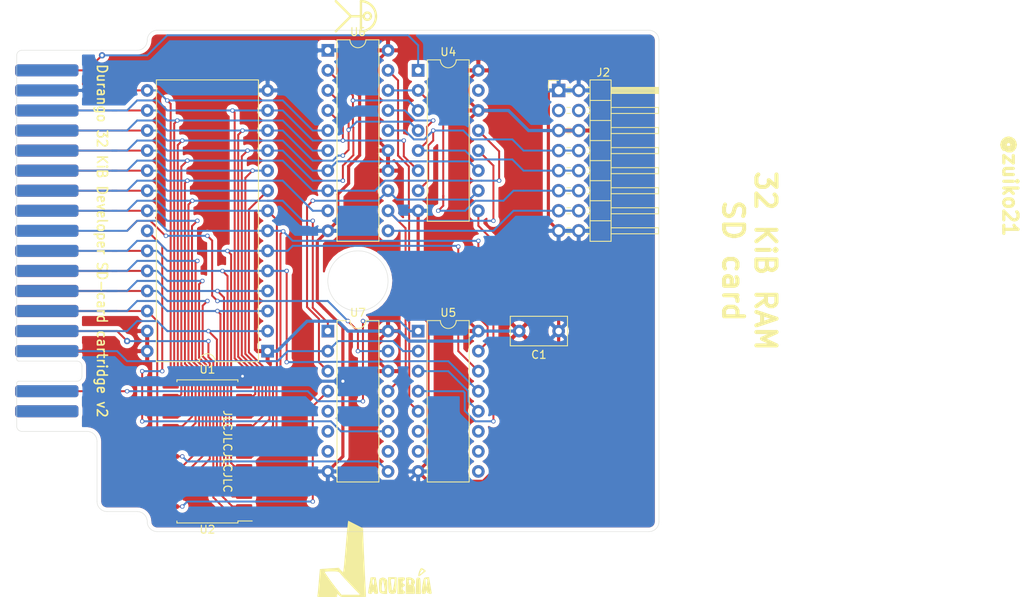
<source format=kicad_pcb>
(kicad_pcb (version 20171130) (host pcbnew "(5.1.2-1)-1")
  (layers (0 F.Cu signal) (31 B.Cu signal) (34 B.Paste user) (35 F.Paste user) (36 B.SilkS user) (37 F.SilkS user) (38 B.Mask user) (39 F.Mask user) (44 Edge.Cuts user))
  (net 0 "")
  (net 1 GND)
  (net 2 /~CS)
  (net 3 /~OE)
  (net 4 +5V)
  (net 5 D2)
  (net 6 D1)
  (net 7 D0)
  (net 8 A0)
  (net 9 A1)
  (net 10 A2)
  (net 11 A3)
  (net 12 A4)
  (net 13 A5)
  (net 14 A6)
  (net 15 A7)
  (net 16 A12)
  (net 17 /~WE)
  (net 18 /~RST)
  (net 19 D3)
  (net 20 D4)
  (net 21 D5)
  (net 22 D6)
  (net 23 D7)
  (net 24 A10)
  (net 25 A11)
  (net 26 A9)
  (net 27 A8)
  (net 28 A13)
  (net 29 A14)
  (net 30 /~IOC)
  (net 31 /MISO)
  (net 32 /MCLK)
  (net 33 /MOSI)
  (net 34 /~SSEL)
  (net 35 /ROM~OE)
  (net 36 /RAM~OE)
  (net 37 /~ROMEN)
  (net 38 /~WRITEN)
  (net 39 /~LATCH)
  (net 40 /~STATUS)
  (net 41 /G~WE)
  (net 42 /~BL0)
  (module Connector_PinHeader_2.54mm:PinHeader_2x08_P2.54mm_Horizontal (layer F.Cu) (at 120.65 80.01)
    (fp_text reference J2 (at 5.655 -2.27) (layer F.SilkS))
    (fp_text value "SD Interface")
    (pad 16 thru_hole oval (at 2.54 17.78) (size 1.7 1.7) (drill 1) (layers *.Cu *.Mask) (net 1 GND))
    (pad 15 thru_hole oval (at 0 17.78) (size 1.7 1.7) (drill 1) (layers *.Cu *.Mask) (net 1 GND))
    (pad 14 thru_hole oval (at 2.54 15.24) (size 1.7 1.7) (drill 1) (layers *.Cu *.Mask) (net 31 /MISO))
    (pad 13 thru_hole oval (at 0 15.24) (size 1.7 1.7) (drill 1) (layers *.Cu *.Mask) (net 31 /MISO))
    (pad 12 thru_hole oval (at 2.54 12.7) (size 1.7 1.7) (drill 1) (layers *.Cu *.Mask) (net 32 /MCLK))
    (pad 11 thru_hole oval (at 0 12.7) (size 1.7 1.7) (drill 1) (layers *.Cu *.Mask) (net 32 /MCLK))
    (pad 10 thru_hole oval (at 2.54 10.16) (size 1.7 1.7) (drill 1) (layers *.Cu *.Mask) (net 33 /MOSI))
    (pad 9 thru_hole oval (at 0 10.16) (size 1.7 1.7) (drill 1) (layers *.Cu *.Mask) (net 33 /MOSI))
    (pad 8 thru_hole oval (at 2.54 7.62) (size 1.7 1.7) (drill 1) (layers *.Cu *.Mask) (net 34 /~SSEL))
    (pad 7 thru_hole oval (at 0 7.62) (size 1.7 1.7) (drill 1) (layers *.Cu *.Mask) (net 34 /~SSEL))
    (pad 6 thru_hole oval (at 2.54 5.08) (size 1.7 1.7) (drill 1) (layers *.Cu *.Mask) (net 4 +5V))
    (pad 5 thru_hole oval (at 0 5.08) (size 1.7 1.7) (drill 1) (layers *.Cu *.Mask) (net 4 +5V))
    (pad 4 thru_hole oval (at 2.54 2.54) (size 1.7 1.7) (drill 1) (layers *.Cu *.Mask))
    (pad 3 thru_hole oval (at 0 2.54) (size 1.7 1.7) (drill 1) (layers *.Cu *.Mask))
    (pad 2 thru_hole oval (at 2.54 0) (size 1.7 1.7) (drill 1) (layers *.Cu *.Mask) (net 1 GND))
    (pad 1 thru_hole rect (at 0 0) (size 1.7 1.7) (drill 1) (layers *.Cu *.Mask) (net 1 GND))
  )
  (module Package_DIP:DIP-16_W7.62mm (layer F.Cu) (at 91.44 110.49)
    (fp_text reference U7 (at 3.81 -2.33) (layer F.SilkS))
    (fp_text value 74HC139)
    (pad 16 thru_hole oval (at 7.62 0) (size 1.6 1.6) (drill 0.8) (layers *.Cu *.Mask) (net 4 +5V))
    (pad 8 thru_hole oval (at 0 17.78) (size 1.6 1.6) (drill 0.8) (layers *.Cu *.Mask) (net 1 GND))
    (pad 15 thru_hole oval (at 7.62 2.54) (size 1.6 1.6) (drill 0.8) (layers *.Cu *.Mask) (net 3 /~OE))
    (pad 7 thru_hole oval (at 0 15.24) (size 1.6 1.6) (drill 0.8) (layers *.Cu *.Mask))
    (pad 14 thru_hole oval (at 7.62 5.08) (size 1.6 1.6) (drill 0.8) (layers *.Cu *.Mask) (net 4 +5V))
    (pad 6 thru_hole oval (at 0 12.7) (size 1.6 1.6) (drill 0.8) (layers *.Cu *.Mask))
    (pad 13 thru_hole oval (at 7.62 7.62) (size 1.6 1.6) (drill 0.8) (layers *.Cu *.Mask) (net 37 /~ROMEN))
    (pad 5 thru_hole oval (at 0 10.16) (size 1.6 1.6) (drill 0.8) (layers *.Cu *.Mask))
    (pad 12 thru_hole oval (at 7.62 10.16) (size 1.6 1.6) (drill 0.8) (layers *.Cu *.Mask))
    (pad 4 thru_hole oval (at 0 7.62) (size 1.6 1.6) (drill 0.8) (layers *.Cu *.Mask) (net 41 /G~WE))
    (pad 11 thru_hole oval (at 7.62 12.7) (size 1.6 1.6) (drill 0.8) (layers *.Cu *.Mask) (net 35 /ROM~OE))
    (pad 3 thru_hole oval (at 0 5.08) (size 1.6 1.6) (drill 0.8) (layers *.Cu *.Mask) (net 38 /~WRITEN))
    (pad 10 thru_hole oval (at 7.62 15.24) (size 1.6 1.6) (drill 0.8) (layers *.Cu *.Mask))
    (pad 2 thru_hole oval (at 0 2.54) (size 1.6 1.6) (drill 0.8) (layers *.Cu *.Mask) (net 17 /~WE))
    (pad 9 thru_hole oval (at 7.62 17.78) (size 1.6 1.6) (drill 0.8) (layers *.Cu *.Mask) (net 36 /RAM~OE))
    (pad 1 thru_hole rect (at 0 0) (size 1.6 1.6) (drill 0.8) (layers *.Cu *.Mask) (net 2 /~CS))
  )
  (module Package_DIP:DIP-20_W7.62mm (layer F.Cu) (at 91.44 74.93)
    (fp_text reference U6 (at 3.81 -2.33) (layer F.SilkS))
    (fp_text value 74HC245)
    (pad 20 thru_hole oval (at 7.62 0) (size 1.6 1.6) (drill 0.8) (layers *.Cu *.Mask) (net 4 +5V))
    (pad 10 thru_hole oval (at 0 22.86) (size 1.6 1.6) (drill 0.8) (layers *.Cu *.Mask) (net 1 GND))
    (pad 19 thru_hole oval (at 7.62 2.54) (size 1.6 1.6) (drill 0.8) (layers *.Cu *.Mask) (net 40 /~STATUS))
    (pad 9 thru_hole oval (at 0 20.32) (size 1.6 1.6) (drill 0.8) (layers *.Cu *.Mask) (net 23 D7))
    (pad 18 thru_hole oval (at 7.62 5.08) (size 1.6 1.6) (drill 0.8) (layers *.Cu *.Mask) (net 32 /MCLK))
    (pad 8 thru_hole oval (at 0 17.78) (size 1.6 1.6) (drill 0.8) (layers *.Cu *.Mask) (net 22 D6))
    (pad 17 thru_hole oval (at 7.62 7.62) (size 1.6 1.6) (drill 0.8) (layers *.Cu *.Mask) (net 33 /MOSI))
    (pad 7 thru_hole oval (at 0 15.24) (size 1.6 1.6) (drill 0.8) (layers *.Cu *.Mask) (net 21 D5))
    (pad 16 thru_hole oval (at 7.62 10.16) (size 1.6 1.6) (drill 0.8) (layers *.Cu *.Mask) (net 34 /~SSEL))
    (pad 6 thru_hole oval (at 0 12.7) (size 1.6 1.6) (drill 0.8) (layers *.Cu *.Mask) (net 20 D4))
    (pad 15 thru_hole oval (at 7.62 12.7) (size 1.6 1.6) (drill 0.8) (layers *.Cu *.Mask) (net 4 +5V))
    (pad 5 thru_hole oval (at 0 10.16) (size 1.6 1.6) (drill 0.8) (layers *.Cu *.Mask) (net 19 D3))
    (pad 14 thru_hole oval (at 7.62 15.24) (size 1.6 1.6) (drill 0.8) (layers *.Cu *.Mask) (net 4 +5V))
    (pad 4 thru_hole oval (at 0 7.62) (size 1.6 1.6) (drill 0.8) (layers *.Cu *.Mask) (net 5 D2))
    (pad 13 thru_hole oval (at 7.62 17.78) (size 1.6 1.6) (drill 0.8) (layers *.Cu *.Mask) (net 38 /~WRITEN))
    (pad 3 thru_hole oval (at 0 5.08) (size 1.6 1.6) (drill 0.8) (layers *.Cu *.Mask) (net 6 D1))
    (pad 12 thru_hole oval (at 7.62 20.32) (size 1.6 1.6) (drill 0.8) (layers *.Cu *.Mask) (net 37 /~ROMEN))
    (pad 2 thru_hole oval (at 0 2.54) (size 1.6 1.6) (drill 0.8) (layers *.Cu *.Mask) (net 7 D0))
    (pad 11 thru_hole oval (at 7.62 22.86) (size 1.6 1.6) (drill 0.8) (layers *.Cu *.Mask) (net 31 /MISO))
    (pad 1 thru_hole rect (at 0 0) (size 1.6 1.6) (drill 0.8) (layers *.Cu *.Mask) (net 1 GND))
  )
  (module Package_DIP:DIP-16_W7.62mm (layer F.Cu) (at 102.87 110.49)
    (fp_text reference U5 (at 3.81 -2.33) (layer F.SilkS))
    (fp_text value 74HC139)
    (pad 16 thru_hole oval (at 7.62 0) (size 1.6 1.6) (drill 0.8) (layers *.Cu *.Mask) (net 4 +5V))
    (pad 8 thru_hole oval (at 0 17.78) (size 1.6 1.6) (drill 0.8) (layers *.Cu *.Mask) (net 1 GND))
    (pad 15 thru_hole oval (at 7.62 2.54) (size 1.6 1.6) (drill 0.8) (layers *.Cu *.Mask) (net 11 A3))
    (pad 7 thru_hole oval (at 0 15.24) (size 1.6 1.6) (drill 0.8) (layers *.Cu *.Mask))
    (pad 14 thru_hole oval (at 7.62 5.08) (size 1.6 1.6) (drill 0.8) (layers *.Cu *.Mask) (net 12 A4))
    (pad 6 thru_hole oval (at 0 12.7) (size 1.6 1.6) (drill 0.8) (layers *.Cu *.Mask))
    (pad 13 thru_hole oval (at 7.62 7.62) (size 1.6 1.6) (drill 0.8) (layers *.Cu *.Mask) (net 13 A5))
    (pad 5 thru_hole oval (at 0 10.16) (size 1.6 1.6) (drill 0.8) (layers *.Cu *.Mask) (net 40 /~STATUS))
    (pad 12 thru_hole oval (at 7.62 10.16) (size 1.6 1.6) (drill 0.8) (layers *.Cu *.Mask) (net 42 /~BL0))
    (pad 4 thru_hole oval (at 0 7.62) (size 1.6 1.6) (drill 0.8) (layers *.Cu *.Mask) (net 39 /~LATCH))
    (pad 11 thru_hole oval (at 7.62 12.7) (size 1.6 1.6) (drill 0.8) (layers *.Cu *.Mask))
    (pad 3 thru_hole oval (at 0 5.08) (size 1.6 1.6) (drill 0.8) (layers *.Cu *.Mask) (net 42 /~BL0))
    (pad 10 thru_hole oval (at 7.62 15.24) (size 1.6 1.6) (drill 0.8) (layers *.Cu *.Mask))
    (pad 2 thru_hole oval (at 0 2.54) (size 1.6 1.6) (drill 0.8) (layers *.Cu *.Mask) (net 17 /~WE))
    (pad 9 thru_hole oval (at 7.62 17.78) (size 1.6 1.6) (drill 0.8) (layers *.Cu *.Mask))
    (pad 1 thru_hole rect (at 0 0) (size 1.6 1.6) (drill 0.8) (layers *.Cu *.Mask) (net 30 /~IOC))
  )
  (module Package_DIP:DIP-16_W7.62mm (layer F.Cu) (at 102.87 77.47)
    (fp_text reference U4 (at 3.81 -2.33) (layer F.SilkS))
    (fp_text value 74HC174)
    (pad 16 thru_hole oval (at 7.62 0) (size 1.6 1.6) (drill 0.8) (layers *.Cu *.Mask) (net 4 +5V))
    (pad 8 thru_hole oval (at 0 17.78) (size 1.6 1.6) (drill 0.8) (layers *.Cu *.Mask) (net 1 GND))
    (pad 15 thru_hole oval (at 7.62 2.54) (size 1.6 1.6) (drill 0.8) (layers *.Cu *.Mask))
    (pad 7 thru_hole oval (at 0 15.24) (size 1.6 1.6) (drill 0.8) (layers *.Cu *.Mask) (net 34 /~SSEL))
    (pad 14 thru_hole oval (at 7.62 5.08) (size 1.6 1.6) (drill 0.8) (layers *.Cu *.Mask) (net 4 +5V))
    (pad 6 thru_hole oval (at 0 12.7) (size 1.6 1.6) (drill 0.8) (layers *.Cu *.Mask) (net 5 D2))
    (pad 13 thru_hole oval (at 7.62 7.62) (size 1.6 1.6) (drill 0.8) (layers *.Cu *.Mask) (net 22 D6))
    (pad 5 thru_hole oval (at 0 10.16) (size 1.6 1.6) (drill 0.8) (layers *.Cu *.Mask) (net 33 /MOSI))
    (pad 12 thru_hole oval (at 7.62 10.16) (size 1.6 1.6) (drill 0.8) (layers *.Cu *.Mask) (net 37 /~ROMEN))
    (pad 4 thru_hole oval (at 0 7.62) (size 1.6 1.6) (drill 0.8) (layers *.Cu *.Mask) (net 6 D1))
    (pad 11 thru_hole oval (at 7.62 12.7) (size 1.6 1.6) (drill 0.8) (layers *.Cu *.Mask) (net 21 D5))
    (pad 3 thru_hole oval (at 0 5.08) (size 1.6 1.6) (drill 0.8) (layers *.Cu *.Mask) (net 7 D0))
    (pad 10 thru_hole oval (at 7.62 15.24) (size 1.6 1.6) (drill 0.8) (layers *.Cu *.Mask) (net 38 /~WRITEN))
    (pad 2 thru_hole oval (at 0 2.54) (size 1.6 1.6) (drill 0.8) (layers *.Cu *.Mask) (net 32 /MCLK))
    (pad 9 thru_hole oval (at 7.62 17.78) (size 1.6 1.6) (drill 0.8) (layers *.Cu *.Mask) (net 39 /~LATCH))
    (pad 1 thru_hole rect (at 0 0) (size 1.6 1.6) (drill 0.8) (layers *.Cu *.Mask) (net 18 /~RST))
  )
  (module durango:jaqueria (layer F.Cu) (at 97.282 139.446)
    (fp_text reference LOGO2 hide)
    (fp_text value Logo_Open_Hardware_Small hide)
  )
  (module Package_DIP:DIP-28_W15.24mm (layer F.Cu) (at 83.82 113.03 180)
    (fp_text reference U1 (at 7.62 -2.33) (layer F.SilkS))
    (fp_text value 27/28C256)
    (pad 28 thru_hole oval (at 15.24 0 180) (size 1.6 1.6) (drill 0.8) (layers *.Cu *.Mask) (net 4 +5V))
    (pad 14 thru_hole oval (at 0 33.02 180) (size 1.6 1.6) (drill 0.8) (layers *.Cu *.Mask) (net 1 GND))
    (pad 27 thru_hole oval (at 15.24 2.54 180) (size 1.6 1.6) (drill 0.8) (layers *.Cu *.Mask) (net 4 +5V))
    (pad 13 thru_hole oval (at 0 30.48 180) (size 1.6 1.6) (drill 0.8) (layers *.Cu *.Mask) (net 5 D2))
    (pad 26 thru_hole oval (at 15.24 5.08 180) (size 1.6 1.6) (drill 0.8) (layers *.Cu *.Mask) (net 28 A13))
    (pad 12 thru_hole oval (at 0 27.94 180) (size 1.6 1.6) (drill 0.8) (layers *.Cu *.Mask) (net 6 D1))
    (pad 25 thru_hole oval (at 15.24 7.62 180) (size 1.6 1.6) (drill 0.8) (layers *.Cu *.Mask) (net 27 A8))
    (pad 11 thru_hole oval (at 0 25.4 180) (size 1.6 1.6) (drill 0.8) (layers *.Cu *.Mask) (net 7 D0))
    (pad 24 thru_hole oval (at 15.24 10.16 180) (size 1.6 1.6) (drill 0.8) (layers *.Cu *.Mask) (net 26 A9))
    (pad 10 thru_hole oval (at 0 22.86 180) (size 1.6 1.6) (drill 0.8) (layers *.Cu *.Mask) (net 8 A0))
    (pad 23 thru_hole oval (at 15.24 12.7 180) (size 1.6 1.6) (drill 0.8) (layers *.Cu *.Mask) (net 25 A11))
    (pad 9 thru_hole oval (at 0 20.32 180) (size 1.6 1.6) (drill 0.8) (layers *.Cu *.Mask) (net 9 A1))
    (pad 22 thru_hole oval (at 15.24 15.24 180) (size 1.6 1.6) (drill 0.8) (layers *.Cu *.Mask) (net 35 /ROM~OE))
    (pad 8 thru_hole oval (at 0 17.78 180) (size 1.6 1.6) (drill 0.8) (layers *.Cu *.Mask) (net 10 A2))
    (pad 21 thru_hole oval (at 15.24 17.78 180) (size 1.6 1.6) (drill 0.8) (layers *.Cu *.Mask) (net 24 A10))
    (pad 7 thru_hole oval (at 0 15.24 180) (size 1.6 1.6) (drill 0.8) (layers *.Cu *.Mask) (net 11 A3))
    (pad 20 thru_hole oval (at 15.24 20.32 180) (size 1.6 1.6) (drill 0.8) (layers *.Cu *.Mask) (net 2 /~CS))
    (pad 6 thru_hole oval (at 0 12.7 180) (size 1.6 1.6) (drill 0.8) (layers *.Cu *.Mask) (net 12 A4))
    (pad 19 thru_hole oval (at 15.24 22.86 180) (size 1.6 1.6) (drill 0.8) (layers *.Cu *.Mask) (net 23 D7))
    (pad 5 thru_hole oval (at 0 10.16 180) (size 1.6 1.6) (drill 0.8) (layers *.Cu *.Mask) (net 13 A5))
    (pad 18 thru_hole oval (at 15.24 25.4 180) (size 1.6 1.6) (drill 0.8) (layers *.Cu *.Mask) (net 22 D6))
    (pad 4 thru_hole oval (at 0 7.62 180) (size 1.6 1.6) (drill 0.8) (layers *.Cu *.Mask) (net 14 A6))
    (pad 17 thru_hole oval (at 15.24 27.94 180) (size 1.6 1.6) (drill 0.8) (layers *.Cu *.Mask) (net 21 D5))
    (pad 3 thru_hole oval (at 0 5.08 180) (size 1.6 1.6) (drill 0.8) (layers *.Cu *.Mask) (net 15 A7))
    (pad 16 thru_hole oval (at 15.24 30.48 180) (size 1.6 1.6) (drill 0.8) (layers *.Cu *.Mask) (net 20 D4))
    (pad 2 thru_hole oval (at 0 2.54 180) (size 1.6 1.6) (drill 0.8) (layers *.Cu *.Mask) (net 16 A12))
    (pad 15 thru_hole oval (at 15.24 33.02 180) (size 1.6 1.6) (drill 0.8) (layers *.Cu *.Mask) (net 19 D3))
    (pad 1 thru_hole rect (at 0 0 180) (size 1.6 1.6) (drill 0.8) (layers *.Cu *.Mask) (net 4 +5V))
  )
  (module Capacitor_THT:C_Rect_L7.0mm_W3.5mm_P5.00mm (layer F.Cu) (at 120.65 110.49 180)
    (fp_text reference C1 (at 2.5 -3) (layer F.SilkS))
    (fp_text value 22n)
    (pad 2 thru_hole circle (at 5 0 180) (size 1.6 1.6) (drill 0.8) (layers *.Cu *.Mask) (net 4 +5V))
    (pad 1 thru_hole circle (at 0 0 180) (size 1.6 1.6) (drill 0.8) (layers *.Cu *.Mask) (net 1 GND))
  )
  (module Package_SO:SOIC-28W_7.5x17.9mm_P1.27mm (layer F.Cu) (at 76.2 125.73 180)
    (fp_text reference U2 (at 0 -9.9) (layer F.SilkS))
    (fp_text value 62256)
    (pad 28 smd roundrect (at 4.65 -8.255 180) (size 2.05 0.6) (layers F.Cu F.Paste F.Mask) (net 4 +5V))
    (pad 27 smd roundrect (at 4.65 -6.985 180) (size 2.05 0.6) (layers F.Cu F.Paste F.Mask) (net 41 /G~WE))
    (pad 26 smd roundrect (at 4.65 -5.715 180) (size 2.05 0.6) (layers F.Cu F.Paste F.Mask) (net 28 A13))
    (pad 25 smd roundrect (at 4.65 -4.445 180) (size 2.05 0.6) (layers F.Cu F.Paste F.Mask) (net 27 A8))
    (pad 24 smd roundrect (at 4.65 -3.175 180) (size 2.05 0.6) (layers F.Cu F.Paste F.Mask) (net 26 A9))
    (pad 23 smd roundrect (at 4.65 -1.905 180) (size 2.05 0.6) (layers F.Cu F.Paste F.Mask) (net 25 A11))
    (pad 22 smd roundrect (at 4.65 -0.635 180) (size 2.05 0.6) (layers F.Cu F.Paste F.Mask) (net 36 /RAM~OE))
    (pad 21 smd roundrect (at 4.65 0.635 180) (size 2.05 0.6) (layers F.Cu F.Paste F.Mask) (net 24 A10))
    (pad 20 smd roundrect (at 4.65 1.905 180) (size 2.05 0.6) (layers F.Cu F.Paste F.Mask) (net 2 /~CS))
    (pad 19 smd roundrect (at 4.65 3.175 180) (size 2.05 0.6) (layers F.Cu F.Paste F.Mask) (net 23 D7))
    (pad 18 smd roundrect (at 4.65 4.445 180) (size 2.05 0.6) (layers F.Cu F.Paste F.Mask) (net 22 D6))
    (pad 17 smd roundrect (at 4.65 5.715 180) (size 2.05 0.6) (layers F.Cu F.Paste F.Mask) (net 21 D5))
    (pad 16 smd roundrect (at 4.65 6.985 180) (size 2.05 0.6) (layers F.Cu F.Paste F.Mask) (net 20 D4))
    (pad 15 smd roundrect (at 4.65 8.255 180) (size 2.05 0.6) (layers F.Cu F.Paste F.Mask) (net 19 D3))
    (pad 14 smd roundrect (at -4.65 8.255 180) (size 2.05 0.6) (layers F.Cu F.Paste F.Mask) (net 1 GND))
    (pad 13 smd roundrect (at -4.65 6.985 180) (size 2.05 0.6) (layers F.Cu F.Paste F.Mask) (net 5 D2))
    (pad 12 smd roundrect (at -4.65 5.715 180) (size 2.05 0.6) (layers F.Cu F.Paste F.Mask) (net 6 D1))
    (pad 11 smd roundrect (at -4.65 4.445 180) (size 2.05 0.6) (layers F.Cu F.Paste F.Mask) (net 7 D0))
    (pad 10 smd roundrect (at -4.65 3.175 180) (size 2.05 0.6) (layers F.Cu F.Paste F.Mask) (net 8 A0))
    (pad 9 smd roundrect (at -4.65 1.905 180) (size 2.05 0.6) (layers F.Cu F.Paste F.Mask) (net 9 A1))
    (pad 8 smd roundrect (at -4.65 0.635 180) (size 2.05 0.6) (layers F.Cu F.Paste F.Mask) (net 10 A2))
    (pad 7 smd roundrect (at -4.65 -0.635 180) (size 2.05 0.6) (layers F.Cu F.Paste F.Mask) (net 11 A3))
    (pad 6 smd roundrect (at -4.65 -1.905 180) (size 2.05 0.6) (layers F.Cu F.Paste F.Mask) (net 12 A4))
    (pad 5 smd roundrect (at -4.65 -3.175 180) (size 2.05 0.6) (layers F.Cu F.Paste F.Mask) (net 13 A5))
    (pad 4 smd roundrect (at -4.65 -4.445 180) (size 2.05 0.6) (layers F.Cu F.Paste F.Mask) (net 14 A6))
    (pad 3 smd roundrect (at -4.65 -5.715 180) (size 2.05 0.6) (layers F.Cu F.Paste F.Mask) (net 15 A7))
    (pad 2 smd roundrect (at -4.65 -6.985 180) (size 2.05 0.6) (layers F.Cu F.Paste F.Mask) (net 16 A12))
    (pad 1 smd roundrect (at -4.65 -8.255 180) (size 2.05 0.6) (layers F.Cu F.Paste F.Mask) (net 29 A14))
  )
  (module edge_conn:Durango_ROM (layer F.Cu) (at 52.07 74.93 270)
    (fp_text reference J1)
    (fp_text value "to Computer")
    (pad 36 smd roundrect (at 2.54 -3.81 270) (size 1.524 8) (layers B.Cu B.Paste B.Mask))
    (pad 34 smd roundrect (at 5.08 -3.81 270) (size 1.524 8) (layers B.Cu B.Paste B.Mask) (net 1 GND))
    (pad 32 smd roundrect (at 7.62 -3.81 270) (size 1.524 8) (layers B.Cu B.Paste B.Mask) (net 5 D2))
    (pad 30 smd roundrect (at 10.16 -3.81 270) (size 1.524 8) (layers B.Cu B.Paste B.Mask) (net 6 D1))
    (pad 28 smd roundrect (at 12.7 -3.81 270) (size 1.524 8) (layers B.Cu B.Paste B.Mask) (net 7 D0))
    (pad 26 smd roundrect (at 15.24 -3.81 270) (size 1.524 8) (layers B.Cu B.Paste B.Mask) (net 8 A0))
    (pad 24 smd roundrect (at 17.78 -3.81 270) (size 1.524 8) (layers B.Cu B.Paste B.Mask) (net 9 A1))
    (pad 22 smd roundrect (at 20.32 -3.81 270) (size 1.524 8) (layers B.Cu B.Paste B.Mask) (net 10 A2))
    (pad 20 smd roundrect (at 22.86 -3.81 270) (size 1.524 8) (layers B.Cu B.Paste B.Mask) (net 11 A3))
    (pad 18 smd roundrect (at 25.4 -3.81 270) (size 1.524 8) (layers B.Cu B.Paste B.Mask) (net 12 A4))
    (pad 16 smd roundrect (at 27.94 -3.81 270) (size 1.524 8) (layers B.Cu B.Paste B.Mask) (net 13 A5))
    (pad 14 smd roundrect (at 30.48 -3.81 270) (size 1.524 8) (layers B.Cu B.Paste B.Mask) (net 14 A6))
    (pad 12 smd roundrect (at 33.02 -3.81 270) (size 1.524 8) (layers B.Cu B.Paste B.Mask) (net 15 A7))
    (pad 10 smd roundrect (at 35.56 -3.81 270) (size 1.524 8) (layers B.Cu B.Paste B.Mask) (net 16 A12))
    (pad 8 smd roundrect (at 38.1 -3.81 270) (size 1.524 8) (layers B.Cu B.Paste B.Mask) (net 17 /~WE))
    (pad 4 smd roundrect (at 43.18 -3.81 270) (size 1.524 8) (layers B.Cu B.Paste B.Mask))
    (pad 35 smd roundrect (at 2.54 -3.81 270) (size 1.524 8) (layers F.Cu F.Paste F.Mask) (net 18 /~RST))
    (pad 33 smd roundrect (at 5.08 -3.81 270) (size 1.524 8) (layers F.Cu F.Paste F.Mask) (net 19 D3))
    (pad 31 smd roundrect (at 7.62 -3.81 270) (size 1.524 8) (layers F.Cu F.Paste F.Mask) (net 20 D4))
    (pad 29 smd roundrect (at 10.16 -3.81 270) (size 1.524 8) (layers F.Cu F.Paste F.Mask) (net 21 D5))
    (pad 27 smd roundrect (at 12.7 -3.81 270) (size 1.524 8) (layers F.Cu F.Paste F.Mask) (net 22 D6))
    (pad 25 smd roundrect (at 15.24 -3.81 270) (size 1.524 8) (layers F.Cu F.Paste F.Mask) (net 23 D7))
    (pad 23 smd roundrect (at 17.78 -3.81 270) (size 1.524 8) (layers F.Cu F.Paste F.Mask) (net 2 /~CS))
    (pad 21 smd roundrect (at 20.32 -3.81 270) (size 1.524 8) (layers F.Cu F.Paste F.Mask) (net 24 A10))
    (pad 19 smd roundrect (at 22.86 -3.81 270) (size 1.524 8) (layers F.Cu F.Paste F.Mask) (net 3 /~OE))
    (pad 17 smd roundrect (at 25.4 -3.81 270) (size 1.524 8) (layers F.Cu F.Paste F.Mask) (net 25 A11))
    (pad 15 smd roundrect (at 27.94 -3.81 270) (size 1.524 8) (layers F.Cu F.Paste F.Mask) (net 26 A9))
    (pad 13 smd roundrect (at 30.48 -3.81 270) (size 1.524 8) (layers F.Cu F.Paste F.Mask) (net 27 A8))
    (pad 11 smd roundrect (at 33.02 -3.81 270) (size 1.524 8) (layers F.Cu F.Paste F.Mask) (net 28 A13))
    (pad 9 smd roundrect (at 35.56 -3.81 270) (size 1.524 8) (layers F.Cu F.Paste F.Mask) (net 29 A14))
    (pad 7 smd roundrect (at 38.1 -3.81 270) (size 1.524 8) (layers F.Cu F.Paste F.Mask) (net 4 +5V))
    (pad 3 smd roundrect (at 43.18 -3.81 270) (size 1.524 8) (layers F.Cu F.Paste F.Mask) (net 30 /~IOC))
    (pad 2 smd roundrect (at 45.72 -3.81 270) (size 1.524 8) (layers B.Cu B.Paste B.Mask))
    (pad 1 smd roundrect (at 45.72 -3.81 270) (size 1.524 8) (layers F.Cu F.Paste F.Mask))
  )
  (gr_line (start 62.23 124.46) (end 62.23 132.08) (layer Edge.Cuts) (width 0.05))
  (gr_circle (center 95.25 104.14) (end 99.06 104.14) (layer Edge.Cuts) (width 0.05))
  (gr_line (start 67.31 74.93) (end 60.96 74.93) (layer Edge.Cuts) (width 0.05))
  (gr_line (start 69.85 72.39) (end 132.08 72.39) (layer Edge.Cuts) (width 0.05))
  (gr_arc (start 69.85 134.62) (end 68.58 134.62) (angle -90) (layer Edge.Cuts) (width 0.05))
  (gr_arc (start 67.31 134.62) (end 68.58 134.62) (angle -90) (layer Edge.Cuts) (width 0.05))
  (gr_line (start 63.5 133.35) (end 67.31 133.35) (layer Edge.Cuts) (width 0.05))
  (gr_arc (start 63.5 132.08) (end 62.23 132.08) (angle -90) (layer Edge.Cuts) (width 0.05))
  (gr_arc (start 60.96 124.46) (end 62.23 124.46) (angle -90) (layer Edge.Cuts) (width 0.05))
  (gr_arc (start 69.85 73.66) (end 69.85 72.39) (angle -90) (layer Edge.Cuts) (width 0.05))
  (gr_arc (start 67.31 73.66) (end 67.31 74.93) (angle -90) (layer Edge.Cuts) (width 0.05))
  (gr_arc (start 52.324 117.094) (end 52.324 116.84) (angle -90) (layer Edge.Cuts) (width 0.05))
  (gr_arc (start 52.324 114.046) (end 52.07 114.046) (angle -90) (layer Edge.Cuts) (width 0.05))
  (gr_line (start 60.325 116.205) (end 60.325 114.935) (layer Edge.Cuts) (width 0.05))
  (gr_arc (start 59.69 116.205) (end 59.69 116.84) (angle -90) (layer Edge.Cuts) (width 0.05))
  (gr_arc (start 59.69 114.935) (end 60.325 114.935) (angle -90) (layer Edge.Cuts) (width 0.05))
  (gr_line (start 52.705 123.19) (end 60.96 123.19) (layer Edge.Cuts) (width 0.05))
  (gr_arc (start 52.705 122.555) (end 52.07 122.555) (angle -90) (layer Edge.Cuts) (width 0.05))
  (gr_line (start 52.07 117.094) (end 52.07 122.555) (layer Edge.Cuts) (width 0.05))
  (gr_line (start 59.69 116.84) (end 52.324 116.84) (layer Edge.Cuts) (width 0.05))
  (gr_line (start 52.324 114.3) (end 59.69 114.3) (layer Edge.Cuts) (width 0.05))
  (gr_line (start 52.07 75.565) (end 52.07 114.046) (layer Edge.Cuts) (width 0.05))
  (gr_arc (start 52.705 75.565) (end 52.705 74.93) (angle -90) (layer Edge.Cuts) (width 0.05))
  (gr_line (start 60.96 74.93) (end 52.705 74.93) (layer Edge.Cuts) (width 0.05))
  (gr_text "32 KiB RAM\nSD card" (at 144.78 101.6 -90) (layer F.SilkS) (effects (font (size 2.54 2.54) (thickness 0.508))))
  (gr_line (start 94.361 70.612) (end 92.456 72.517) (layer F.SilkS) (width 0.3))
  (gr_line (start 94.361 70.612) (end 92.456 68.707) (layer F.SilkS) (width 0.3))
  (gr_line (start 95.98519 70.612) (end 94.361 70.612) (layer F.SilkS) (width 0.3))
  (gr_line (start 95.631 68.707) (end 95.631 72.517) (layer F.SilkS) (width 0.3))
  (gr_circle (center 96.443095 70.612) (end 96.901 70.612) (layer F.SilkS) (width 0.3))
  (gr_arc (start 95.631 70.612) (end 95.631 72.517) (angle -180) (layer F.SilkS) (width 0.3))
  (gr_arc (start 132.08 134.62) (end 132.08 135.89) (angle -90) (layer Edge.Cuts) (width 0.05))
  (gr_line (start 133.35 134.62) (end 133.35 73.66) (layer Edge.Cuts) (width 0.05))
  (gr_line (start 69.85 135.89) (end 132.08 135.89) (layer Edge.Cuts) (width 0.05))
  (gr_arc (start 132.08 73.66) (end 133.35 73.66) (angle -90) (layer Edge.Cuts) (width 0.05))
  (gr_text JLCJLCJLCJLC (at 78.74 125.73 270) (layer F.SilkS) (effects (font (size 1.016 1.016) (thickness 0.1575))))
  (gr_text @zuiko21 (at 177.8 92.075 270) (layer F.SilkS) (effects (font (size 1.8 1.8) (thickness 0.4))))
  (gr_text "Durango 32 KiB Developer SD-card cartridge v2" (at 62.865 99.06 270) (layer F.SilkS) (effects (font (size 1.27 1.2) (thickness 0.2))))
  (segment (start 81.915 80.01) (end 83.82 80.01) (width 0.4) (layer B.Cu) (net 1))
  (segment (start 85.22 80.01) (end 86.470001 78.759999) (width 0.4) (layer B.Cu) (net 1))
  (segment (start 83.82 80.01) (end 85.22 80.01) (width 0.4) (layer B.Cu) (net 1))
  (segment (start 66.04 80.01) (end 55.88 80.01) (width 0.4) (layer B.Cu) (net 1))
  (segment (start 67.31 78.74) (end 66.04 80.01) (width 0.4) (layer B.Cu) (net 1))
  (segment (start 69.85 78.74) (end 67.31 78.74) (width 0.4) (layer B.Cu) (net 1))
  (segment (start 71.12 80.01) (end 69.85 78.74) (width 0.4) (layer B.Cu) (net 1))
  (segment (start 81.915 80.01) (end 71.12 80.01) (width 0.4) (layer B.Cu) (net 1))
  (segment (start 90.24 74.93) (end 91.44 74.93) (width 0.4) (layer B.Cu) (net 1))
  (segment (start 86.470001 78.699999) (end 90.24 74.93) (width 0.4) (layer B.Cu) (net 1))
  (segment (start 86.470001 78.759999) (end 86.470001 78.699999) (width 0.4) (layer B.Cu) (net 1))
  (segment (start 102.070001 129.069999) (end 102.87 128.27) (width 0.4) (layer B.Cu) (net 1))
  (segment (start 101.619999 129.520001) (end 102.070001 129.069999) (width 0.4) (layer B.Cu) (net 1))
  (segment (start 92.690001 129.520001) (end 101.619999 129.520001) (width 0.4) (layer B.Cu) (net 1))
  (segment (start 91.44 128.27) (end 92.690001 129.520001) (width 0.4) (layer B.Cu) (net 1))
  (segment (start 92.71 109.349998) (end 92.690001 109.369997) (width 0.4) (layer F.Cu) (net 1))
  (segment (start 120.65 98.992081) (end 120.65 97.79) (width 0.4) (layer F.Cu) (net 1))
  (segment (start 111.090001 129.520001) (end 120.65 119.960002) (width 0.4) (layer F.Cu) (net 1))
  (segment (start 120.65 119.960002) (end 120.65 98.992081) (width 0.4) (layer F.Cu) (net 1))
  (segment (start 104.120001 129.520001) (end 111.090001 129.520001) (width 0.4) (layer F.Cu) (net 1))
  (segment (start 102.87 128.27) (end 104.120001 129.520001) (width 0.4) (layer F.Cu) (net 1))
  (segment (start 120.65 97.79) (end 123.19 97.79) (width 0.4) (layer F.Cu) (net 1))
  (segment (start 123.19 80.01) (end 120.65 80.01) (width 0.4) (layer F.Cu) (net 1))
  (segment (start 119.800001 96.940001) (end 120.65 97.79) (width 0.4) (layer F.Cu) (net 1))
  (segment (start 119.349999 96.489999) (end 119.800001 96.940001) (width 0.4) (layer F.Cu) (net 1))
  (segment (start 119.349999 80.060001) (end 119.349999 96.489999) (width 0.4) (layer F.Cu) (net 1))
  (segment (start 119.4 80.01) (end 119.349999 80.060001) (width 0.4) (layer F.Cu) (net 1))
  (segment (start 120.65 80.01) (end 119.4 80.01) (width 0.4) (layer F.Cu) (net 1))
  (segment (start 83.610685 116.84) (end 93.345 116.84) (width 0.4) (layer B.Cu) (net 1))
  (via (at 93.345 116.84) (size 0.8) (drill 0.4) (layers F.Cu B.Cu) (net 1))
  (segment (start 93.345 126.365) (end 93.345 116.84) (width 0.4) (layer F.Cu) (net 1))
  (segment (start 91.44 128.27) (end 93.345 126.365) (width 0.4) (layer F.Cu) (net 1))
  (segment (start 93.345 109.984998) (end 92.645001 109.284999) (width 0.4) (layer F.Cu) (net 1))
  (segment (start 93.345 116.84) (end 93.345 109.984998) (width 0.4) (layer F.Cu) (net 1))
  (segment (start 92.645001 109.284999) (end 92.71 109.349998) (width 0.4) (layer F.Cu) (net 1))
  (via (at 80.645 116.205) (size 0.55) (drill 0.35) (layers F.Cu B.Cu) (net 1))
  (segment (start 81.915 116.205) (end 80.645 116.205) (width 0.4) (layer B.Cu) (net 1))
  (segment (start 82.55 116.84) (end 81.915 116.205) (width 0.4) (layer B.Cu) (net 1))
  (segment (start 83.610685 116.84) (end 82.55 116.84) (width 0.4) (layer B.Cu) (net 1))
  (segment (start 80.645 117.27) (end 80.85 117.475) (width 0.4) (layer F.Cu) (net 1))
  (segment (start 80.645 116.205) (end 80.645 117.27) (width 0.4) (layer F.Cu) (net 1))
  (segment (start 90.11001 99.11999) (end 91.44 97.79) (width 0.4) (layer F.Cu) (net 1))
  (segment (start 90.961868 107.598868) (end 90.11001 106.74701) (width 0.4) (layer F.Cu) (net 1))
  (segment (start 90.11001 106.74701) (end 90.11001 99.11999) (width 0.4) (layer F.Cu) (net 1))
  (segment (start 90.961868 107.601866) (end 90.961868 107.598868) (width 0.4) (layer F.Cu) (net 1))
  (segment (start 92.645001 109.284999) (end 90.961868 107.601866) (width 0.4) (layer F.Cu) (net 1))
  (segment (start 104.120001 109.329999) (end 102.87 108.079998) (width 0.4) (layer F.Cu) (net 1))
  (segment (start 102.87 108.079998) (end 102.87 95.25) (width 0.4) (layer F.Cu) (net 1))
  (segment (start 104.120001 127.019999) (end 104.120001 109.329999) (width 0.4) (layer F.Cu) (net 1))
  (segment (start 102.87 128.27) (end 104.120001 127.019999) (width 0.4) (layer F.Cu) (net 1))
  (segment (start 92.690001 74.980001) (end 92.64 74.93) (width 0.4) (layer F.Cu) (net 1))
  (segment (start 92.690001 77.906815) (end 92.690001 74.980001) (width 0.4) (layer F.Cu) (net 1))
  (segment (start 95.465001 88.228185) (end 95.465001 80.681815) (width 0.4) (layer F.Cu) (net 1))
  (segment (start 94.070001 91.788001) (end 94.070001 89.623185) (width 0.4) (layer F.Cu) (net 1))
  (segment (start 92.71 93.148002) (end 94.070001 91.788001) (width 0.4) (layer F.Cu) (net 1))
  (segment (start 94.070001 89.623185) (end 95.465001 88.228185) (width 0.4) (layer F.Cu) (net 1))
  (segment (start 92.64 74.93) (end 91.44 74.93) (width 0.4) (layer F.Cu) (net 1))
  (segment (start 95.465001 80.681815) (end 92.690001 77.906815) (width 0.4) (layer F.Cu) (net 1))
  (segment (start 92.71 96.52) (end 92.71 93.148002) (width 0.4) (layer F.Cu) (net 1))
  (segment (start 91.44 97.79) (end 92.71 96.52) (width 0.4) (layer F.Cu) (net 1))
  (segment (start 69.85 92.71) (end 68.58 92.71) (width 0.25) (layer B.Cu) (net 2))
  (segment (start 71.12 93.98) (end 69.85 92.71) (width 0.25) (layer B.Cu) (net 2))
  (segment (start 73.66 93.98) (end 71.12 93.98) (width 0.25) (layer B.Cu) (net 2))
  (segment (start 68.58 92.71) (end 55.88 92.71) (width 0.25) (layer F.Cu) (net 2))
  (via (at 89.535 96.52) (size 0.55) (drill 0.35) (layers F.Cu B.Cu) (net 2))
  (segment (start 89.535 107.535) (end 89.535 96.52) (width 0.25) (layer F.Cu) (net 2))
  (segment (start 91.44 109.44) (end 89.535 107.535) (width 0.25) (layer F.Cu) (net 2))
  (segment (start 91.44 110.49) (end 91.44 109.44) (width 0.25) (layer F.Cu) (net 2))
  (segment (start 89.535 96.52) (end 88.265 96.52) (width 0.25) (layer B.Cu) (net 2))
  (segment (start 88.265 96.52) (end 85.725 93.98) (width 0.25) (layer B.Cu) (net 2))
  (segment (start 85.725 93.98) (end 83.82 93.98) (width 0.25) (layer B.Cu) (net 2))
  (segment (start 85.09 93.98) (end 83.82 93.98) (width 0.25) (layer B.Cu) (net 2))
  (segment (start 73.80005 114.43441) (end 73.80005 94.47495) (width 0.25) (layer F.Cu) (net 2))
  (segment (start 74.700046 115.334406) (end 73.80005 114.43441) (width 0.25) (layer F.Cu) (net 2))
  (segment (start 73.80005 94.47495) (end 74.295 93.98) (width 0.25) (layer F.Cu) (net 2))
  (segment (start 74.700047 122.149953) (end 74.700046 115.334406) (width 0.25) (layer F.Cu) (net 2))
  (segment (start 83.82 93.98) (end 74.295 93.98) (width 0.25) (layer B.Cu) (net 2))
  (segment (start 73.025 123.825) (end 74.700047 122.149953) (width 0.25) (layer F.Cu) (net 2))
  (segment (start 71.55 123.825) (end 73.025 123.825) (width 0.25) (layer F.Cu) (net 2))
  (via (at 74.295 93.98) (size 0.55) (drill 0.35) (layers F.Cu B.Cu) (net 2))
  (segment (start 74.295 93.98) (end 73.66 93.98) (width 0.25) (layer B.Cu) (net 2))
  (segment (start 64.77 97.79) (end 55.88 97.79) (width 0.25) (layer F.Cu) (net 3))
  (segment (start 64.77 97.79) (end 66.04 97.79) (width 0.25) (layer F.Cu) (net 3))
  (via (at 95.25 113.03) (size 0.55) (drill 0.35) (layers F.Cu B.Cu) (net 3))
  (segment (start 99.06 113.03) (end 95.25 113.03) (width 0.25) (layer B.Cu) (net 3))
  (segment (start 95.25 113.03) (end 95.25 110.49) (width 0.25) (layer F.Cu) (net 3))
  (segment (start 93.98 109.22) (end 91.44 106.68) (width 0.25) (layer B.Cu) (net 3))
  (segment (start 66.04 97.79) (end 67.31 96.52) (width 0.25) (layer F.Cu) (net 3))
  (via (at 70.95 98.425) (size 0.55) (drill 0.35) (layers F.Cu B.Cu) (net 3))
  (segment (start 68.975002 96.52) (end 70.880002 98.425) (width 0.25) (layer F.Cu) (net 3))
  (segment (start 70.880002 98.425) (end 70.95 98.425) (width 0.25) (layer F.Cu) (net 3))
  (segment (start 67.31 96.52) (end 68.975002 96.52) (width 0.25) (layer F.Cu) (net 3))
  (via (at 76.2 98.425) (size 0.55) (drill 0.35) (layers F.Cu B.Cu) (net 3))
  (segment (start 70.95 98.425) (end 76.2 98.425) (width 0.25) (layer B.Cu) (net 3))
  (via (at 77.47 106.68) (size 0.55) (drill 0.35) (layers F.Cu B.Cu) (net 3))
  (segment (start 76.800001 106.010001) (end 77.47 106.68) (width 0.25) (layer F.Cu) (net 3))
  (segment (start 76.800001 99.025001) (end 76.800001 106.010001) (width 0.25) (layer F.Cu) (net 3))
  (segment (start 76.2 98.425) (end 76.800001 99.025001) (width 0.25) (layer F.Cu) (net 3))
  (segment (start 77.47 106.68) (end 79.375 106.68) (width 0.25) (layer B.Cu) (net 3))
  (segment (start 79.375 106.68) (end 78.74 106.68) (width 0.25) (layer B.Cu) (net 3))
  (segment (start 91.44 106.68) (end 79.375 106.68) (width 0.25) (layer B.Cu) (net 3))
  (via (at 93.98 109.22) (size 0.55) (drill 0.35) (layers F.Cu B.Cu) (net 3))
  (segment (start 95.25 110.49) (end 93.98 109.22) (width 0.25) (layer F.Cu) (net 3))
  (segment (start 68.58 110.49) (end 68.58 113.03) (width 0.4) (layer F.Cu) (net 4))
  (segment (start 68.58 113.03) (end 55.88 113.03) (width 0.4) (layer F.Cu) (net 4))
  (segment (start 98.260001 114.770001) (end 99.06 115.57) (width 0.4) (layer F.Cu) (net 4))
  (segment (start 97.809999 114.319999) (end 98.260001 114.770001) (width 0.4) (layer F.Cu) (net 4))
  (segment (start 97.809999 111.740001) (end 97.809999 114.319999) (width 0.4) (layer F.Cu) (net 4))
  (segment (start 99.06 110.49) (end 97.809999 111.740001) (width 0.4) (layer F.Cu) (net 4))
  (segment (start 99.06 90.17) (end 99.06 87.63) (width 0.4) (layer F.Cu) (net 4))
  (segment (start 98.260001 75.729999) (end 99.06 74.93) (width 0.4) (layer F.Cu) (net 4))
  (segment (start 97.809999 76.180001) (end 98.260001 75.729999) (width 0.4) (layer F.Cu) (net 4))
  (segment (start 97.809999 86.379999) (end 97.809999 76.180001) (width 0.4) (layer F.Cu) (net 4))
  (segment (start 99.06 87.63) (end 97.809999 86.379999) (width 0.4) (layer F.Cu) (net 4))
  (segment (start 109.22 78.74) (end 109.690001 78.269999) (width 0.4) (layer F.Cu) (net 4))
  (segment (start 109.22 81.28) (end 109.22 78.74) (width 0.4) (layer F.Cu) (net 4))
  (segment (start 109.690001 78.269999) (end 110.49 77.47) (width 0.4) (layer F.Cu) (net 4))
  (segment (start 110.49 82.55) (end 109.22 81.28) (width 0.4) (layer F.Cu) (net 4))
  (segment (start 109.239999 83.800001) (end 110.49 82.55) (width 0.4) (layer F.Cu) (net 4))
  (segment (start 109.239999 109.239999) (end 109.239999 83.800001) (width 0.4) (layer F.Cu) (net 4))
  (segment (start 110.49 110.49) (end 109.239999 109.239999) (width 0.4) (layer F.Cu) (net 4))
  (segment (start 100.459998 110.49) (end 101.729998 111.76) (width 0.4) (layer B.Cu) (net 4))
  (segment (start 99.06 110.49) (end 100.459998 110.49) (width 0.4) (layer B.Cu) (net 4))
  (segment (start 109.22 111.76) (end 110.49 110.49) (width 0.4) (layer B.Cu) (net 4))
  (segment (start 101.729998 111.76) (end 109.22 111.76) (width 0.4) (layer B.Cu) (net 4))
  (segment (start 123.19 85.09) (end 120.65 85.09) (width 0.4) (layer B.Cu) (net 4))
  (segment (start 120.65 85.09) (end 116.84 85.09) (width 0.4) (layer B.Cu) (net 4))
  (segment (start 114.3 82.55) (end 110.49 82.55) (width 0.4) (layer B.Cu) (net 4))
  (segment (start 116.84 85.09) (end 114.3 82.55) (width 0.4) (layer B.Cu) (net 4))
  (segment (start 110.49 110.49) (end 115.65 110.49) (width 0.4) (layer B.Cu) (net 4))
  (segment (start 97.92863 110.49) (end 99.06 110.49) (width 0.4) (layer B.Cu) (net 4))
  (segment (start 93.991998 110.49) (end 97.92863 110.49) (width 0.4) (layer B.Cu) (net 4))
  (segment (start 92.741997 109.239999) (end 93.991998 110.49) (width 0.4) (layer B.Cu) (net 4))
  (segment (start 88.810001 109.239999) (end 92.741997 109.239999) (width 0.4) (layer B.Cu) (net 4))
  (segment (start 85.02 113.03) (end 88.810001 109.239999) (width 0.4) (layer B.Cu) (net 4))
  (segment (start 83.82 113.03) (end 85.02 113.03) (width 0.4) (layer B.Cu) (net 4))
  (segment (start 85.07 82.55) (end 83.82 82.55) (width 0.25) (layer B.Cu) (net 5))
  (segment (start 71.12 82.55) (end 69.85 81.28) (width 0.25) (layer B.Cu) (net 5))
  (segment (start 83.82 82.55) (end 79.375 82.55) (width 0.25) (layer B.Cu) (net 5))
  (segment (start 79.375 82.55) (end 71.12 82.55) (width 0.25) (layer B.Cu) (net 5))
  (segment (start 69.85 81.28) (end 67.31 81.28) (width 0.25) (layer B.Cu) (net 5))
  (segment (start 67.31 81.28) (end 66.04 82.55) (width 0.25) (layer B.Cu) (net 5))
  (segment (start 66.04 82.55) (end 64.135 82.55) (width 0.25) (layer B.Cu) (net 5))
  (segment (start 64.135 82.55) (end 55.88 82.55) (width 0.25) (layer B.Cu) (net 5))
  (segment (start 64.77 82.55) (end 64.135 82.55) (width 0.25) (layer B.Cu) (net 5))
  (segment (start 85.07 82.55) (end 85.725 82.55) (width 0.25) (layer B.Cu) (net 5))
  (segment (start 85.725 82.55) (end 89.535 86.36) (width 0.25) (layer B.Cu) (net 5))
  (segment (start 89.535 86.36) (end 93.345 86.36) (width 0.25) (layer B.Cu) (net 5))
  (via (at 93.345 86.36) (size 0.55) (drill 0.35) (layers F.Cu B.Cu) (net 5))
  (segment (start 93.345 84.455) (end 91.44 82.55) (width 0.25) (layer F.Cu) (net 5))
  (segment (start 93.345 86.36) (end 93.345 84.455) (width 0.25) (layer F.Cu) (net 5))
  (segment (start 93.345 86.36) (end 96.52 86.36) (width 0.25) (layer B.Cu) (net 5))
  (via (at 101.055 86.36) (size 0.55) (drill 0.35) (layers F.Cu B.Cu) (net 5))
  (segment (start 96.52 86.36) (end 101.055 86.36) (width 0.25) (layer B.Cu) (net 5))
  (segment (start 101.055 88.355) (end 102.87 90.17) (width 0.25) (layer F.Cu) (net 5))
  (segment (start 101.055 86.36) (end 101.055 88.355) (width 0.25) (layer F.Cu) (net 5))
  (segment (start 82.25001 118.46999) (end 82.25001 116.54001) (width 0.25) (layer F.Cu) (net 5))
  (segment (start 81.975 118.745) (end 82.25001 118.46999) (width 0.25) (layer F.Cu) (net 5))
  (segment (start 80.85 118.745) (end 81.975 118.745) (width 0.25) (layer F.Cu) (net 5))
  (segment (start 82.25001 116.54001) (end 79.65015 113.94015) (width 0.25) (layer F.Cu) (net 5))
  (segment (start 79.65015 82.82515) (end 79.375 82.55) (width 0.25) (layer F.Cu) (net 5))
  (via (at 79.375 82.55) (size 0.55) (drill 0.35) (layers F.Cu B.Cu) (net 5))
  (segment (start 79.65015 113.94015) (end 79.65015 82.82515) (width 0.25) (layer F.Cu) (net 5))
  (segment (start 85.07 85.09) (end 83.82 85.09) (width 0.25) (layer B.Cu) (net 6))
  (segment (start 71.12 85.09) (end 69.85 83.82) (width 0.25) (layer B.Cu) (net 6))
  (segment (start 69.85 83.82) (end 67.31 83.82) (width 0.25) (layer B.Cu) (net 6))
  (segment (start 67.31 83.82) (end 66.04 85.09) (width 0.25) (layer B.Cu) (net 6))
  (segment (start 66.04 85.09) (end 65.405 85.09) (width 0.25) (layer B.Cu) (net 6))
  (segment (start 65.405 85.09) (end 55.88 85.09) (width 0.25) (layer B.Cu) (net 6))
  (segment (start 85.07 85.09) (end 85.725 85.09) (width 0.25) (layer B.Cu) (net 6))
  (segment (start 85.725 85.09) (end 89.535 88.9) (width 0.25) (layer B.Cu) (net 6))
  (via (at 93.345 88.265) (size 0.55) (drill 0.35) (layers F.Cu B.Cu) (net 6))
  (segment (start 92.70859 88.265) (end 93.345 88.265) (width 0.25) (layer B.Cu) (net 6))
  (segment (start 92.07359 88.9) (end 92.70859 88.265) (width 0.25) (layer B.Cu) (net 6))
  (segment (start 89.535 88.9) (end 92.07359 88.9) (width 0.25) (layer B.Cu) (net 6))
  (segment (start 94.070001 82.640001) (end 91.44 80.01) (width 0.25) (layer F.Cu) (net 6))
  (segment (start 94.070001 87.539999) (end 94.070001 84.999999) (width 0.25) (layer F.Cu) (net 6))
  (segment (start 93.345 88.265) (end 94.070001 87.539999) (width 0.25) (layer F.Cu) (net 6))
  (segment (start 94.070001 84.999999) (end 94.070001 82.640001) (width 0.25) (layer F.Cu) (net 6))
  (via (at 94.070001 84.999999) (size 0.55) (drill 0.35) (layers F.Cu B.Cu) (net 6))
  (segment (start 102.070001 84.290001) (end 102.87 85.09) (width 0.25) (layer B.Cu) (net 6))
  (segment (start 95.105001 83.964999) (end 101.744999 83.964999) (width 0.25) (layer B.Cu) (net 6))
  (segment (start 101.744999 83.964999) (end 102.070001 84.290001) (width 0.25) (layer B.Cu) (net 6))
  (segment (start 94.070001 84.999999) (end 95.105001 83.964999) (width 0.25) (layer B.Cu) (net 6))
  (segment (start 80.10016 85.63484) (end 80.645 85.09) (width 0.25) (layer F.Cu) (net 6))
  (segment (start 82.700019 116.353609) (end 80.10016 113.75375) (width 0.25) (layer F.Cu) (net 6))
  (segment (start 82.70002 119.22998) (end 82.700019 116.353609) (width 0.25) (layer F.Cu) (net 6))
  (via (at 80.645 85.09) (size 0.55) (drill 0.35) (layers F.Cu B.Cu) (net 6))
  (segment (start 81.915 120.015) (end 82.70002 119.22998) (width 0.25) (layer F.Cu) (net 6))
  (segment (start 80.10016 113.75375) (end 80.10016 85.63484) (width 0.25) (layer F.Cu) (net 6))
  (segment (start 80.85 120.015) (end 81.915 120.015) (width 0.25) (layer F.Cu) (net 6))
  (segment (start 80.645 85.09) (end 71.12 85.09) (width 0.25) (layer B.Cu) (net 6))
  (segment (start 83.82 85.09) (end 80.645 85.09) (width 0.25) (layer B.Cu) (net 6))
  (segment (start 85.07 87.63) (end 83.82 87.63) (width 0.25) (layer B.Cu) (net 7))
  (segment (start 71.12 87.63) (end 69.85 86.36) (width 0.25) (layer B.Cu) (net 7))
  (segment (start 69.85 86.36) (end 67.31 86.36) (width 0.25) (layer B.Cu) (net 7))
  (segment (start 67.31 86.36) (end 66.04 87.63) (width 0.25) (layer B.Cu) (net 7))
  (segment (start 66.04 87.63) (end 64.135 87.63) (width 0.25) (layer B.Cu) (net 7))
  (segment (start 64.135 87.63) (end 55.88 87.63) (width 0.25) (layer B.Cu) (net 7))
  (segment (start 64.77 87.63) (end 64.135 87.63) (width 0.25) (layer B.Cu) (net 7))
  (segment (start 85.07 87.63) (end 85.725 87.63) (width 0.25) (layer B.Cu) (net 7))
  (segment (start 85.725 87.63) (end 89.535 91.44) (width 0.25) (layer B.Cu) (net 7))
  (segment (start 89.535 91.44) (end 93.345 91.44) (width 0.25) (layer B.Cu) (net 7))
  (via (at 93.345 91.44) (size 0.55) (drill 0.35) (layers F.Cu B.Cu) (net 7))
  (segment (start 102.87 82.55) (end 101.6 81.28) (width 0.25) (layer B.Cu) (net 7))
  (via (at 94.615 81.28) (size 0.55) (drill 0.35) (layers F.Cu B.Cu) (net 7))
  (segment (start 101.6 81.28) (end 94.615 81.28) (width 0.25) (layer B.Cu) (net 7))
  (segment (start 94.615 80.645) (end 93.98 80.01) (width 0.25) (layer F.Cu) (net 7))
  (segment (start 94.615 81.28) (end 94.615 80.645) (width 0.25) (layer F.Cu) (net 7))
  (segment (start 93.98 80.01) (end 91.44 77.47) (width 0.25) (layer F.Cu) (net 7))
  (segment (start 73.66 87.63) (end 71.12 87.63) (width 0.25) (layer B.Cu) (net 7))
  (segment (start 80.55017 113.56735) (end 80.55017 88.35983) (width 0.25) (layer F.Cu) (net 7))
  (segment (start 83.150029 120.049971) (end 83.150028 116.167208) (width 0.25) (layer F.Cu) (net 7))
  (segment (start 80.55017 88.35983) (end 81.28 87.63) (width 0.25) (layer F.Cu) (net 7))
  (segment (start 81.915 121.285) (end 83.150029 120.049971) (width 0.25) (layer F.Cu) (net 7))
  (via (at 81.28 87.63) (size 0.55) (drill 0.35) (layers F.Cu B.Cu) (net 7))
  (segment (start 80.85 121.285) (end 81.915 121.285) (width 0.25) (layer F.Cu) (net 7))
  (segment (start 83.150028 116.167208) (end 80.55017 113.56735) (width 0.25) (layer F.Cu) (net 7))
  (segment (start 81.28 87.63) (end 73.66 87.63) (width 0.25) (layer B.Cu) (net 7))
  (segment (start 83.82 87.63) (end 81.28 87.63) (width 0.25) (layer B.Cu) (net 7))
  (segment (start 94.615 84.656996) (end 94.670002 84.711998) (width 0.25) (layer F.Cu) (net 7))
  (segment (start 94.670002 84.711998) (end 94.670002 88.209998) (width 0.25) (layer F.Cu) (net 7))
  (segment (start 94.615 81.28) (end 94.615 84.656996) (width 0.25) (layer F.Cu) (net 7))
  (segment (start 93.345 89.535) (end 93.345 91.44) (width 0.25) (layer F.Cu) (net 7))
  (segment (start 94.670002 88.209998) (end 93.345 89.535) (width 0.25) (layer F.Cu) (net 7))
  (segment (start 71.12 90.17) (end 69.85 88.9) (width 0.25) (layer B.Cu) (net 8))
  (segment (start 69.85 88.9) (end 67.31 88.9) (width 0.25) (layer B.Cu) (net 8))
  (segment (start 67.31 88.9) (end 66.04 90.17) (width 0.25) (layer B.Cu) (net 8))
  (segment (start 66.04 90.17) (end 64.135 90.17) (width 0.25) (layer B.Cu) (net 8))
  (segment (start 64.135 90.17) (end 55.88 90.17) (width 0.25) (layer B.Cu) (net 8))
  (segment (start 64.77 90.17) (end 64.135 90.17) (width 0.25) (layer B.Cu) (net 8))
  (segment (start 81.00018 91.08482) (end 81.915 90.17) (width 0.25) (layer F.Cu) (net 8))
  (segment (start 81.00018 113.38095) (end 81.00018 91.08482) (width 0.25) (layer F.Cu) (net 8))
  (segment (start 83.600037 115.980807) (end 81.00018 113.38095) (width 0.25) (layer F.Cu) (net 8))
  (segment (start 83.600038 120.869962) (end 83.600037 115.980807) (width 0.25) (layer F.Cu) (net 8))
  (segment (start 81.915 122.555) (end 83.600038 120.869962) (width 0.25) (layer F.Cu) (net 8))
  (via (at 81.915 90.17) (size 0.55) (drill 0.35) (layers F.Cu B.Cu) (net 8))
  (segment (start 80.85 122.555) (end 81.915 122.555) (width 0.25) (layer F.Cu) (net 8))
  (segment (start 81.915 90.17) (end 71.12 90.17) (width 0.25) (layer B.Cu) (net 8))
  (segment (start 83.82 90.17) (end 81.915 90.17) (width 0.25) (layer B.Cu) (net 8))
  (segment (start 71.12 92.71) (end 69.85 91.44) (width 0.25) (layer B.Cu) (net 9))
  (segment (start 69.85 91.44) (end 67.31 91.44) (width 0.25) (layer B.Cu) (net 9))
  (segment (start 67.31 91.44) (end 66.04 92.71) (width 0.25) (layer B.Cu) (net 9))
  (segment (start 66.04 92.71) (end 64.135 92.71) (width 0.25) (layer B.Cu) (net 9))
  (segment (start 64.135 92.71) (end 55.88 92.71) (width 0.25) (layer B.Cu) (net 9))
  (segment (start 64.77 92.71) (end 64.135 92.71) (width 0.25) (layer B.Cu) (net 9))
  (segment (start 77.47 92.71) (end 71.12 92.71) (width 0.25) (layer B.Cu) (net 9))
  (segment (start 83.82 92.71) (end 77.47 92.71) (width 0.25) (layer B.Cu) (net 9))
  (segment (start 81.45019 95.07981) (end 83.82 92.71) (width 0.25) (layer F.Cu) (net 9))
  (segment (start 81.45019 113.19455) (end 81.45019 95.07981) (width 0.25) (layer F.Cu) (net 9))
  (segment (start 84.050046 115.794406) (end 81.45019 113.19455) (width 0.25) (layer F.Cu) (net 9))
  (segment (start 84.050047 121.689953) (end 84.050046 115.794406) (width 0.25) (layer F.Cu) (net 9))
  (segment (start 81.915 123.825) (end 84.050047 121.689953) (width 0.25) (layer F.Cu) (net 9))
  (segment (start 80.85 123.825) (end 81.915 123.825) (width 0.25) (layer F.Cu) (net 9))
  (segment (start 71.12 95.25) (end 69.85 93.98) (width 0.25) (layer B.Cu) (net 10))
  (segment (start 78.74 95.25) (end 71.12 95.25) (width 0.25) (layer B.Cu) (net 10))
  (segment (start 83.82 95.25) (end 78.74 95.25) (width 0.25) (layer B.Cu) (net 10))
  (segment (start 69.85 93.98) (end 67.31 93.98) (width 0.25) (layer B.Cu) (net 10))
  (segment (start 67.31 93.98) (end 66.04 95.25) (width 0.25) (layer B.Cu) (net 10))
  (segment (start 66.04 95.25) (end 64.135 95.25) (width 0.25) (layer B.Cu) (net 10))
  (segment (start 64.135 95.25) (end 55.88 95.25) (width 0.25) (layer B.Cu) (net 10))
  (segment (start 64.77 95.25) (end 64.135 95.25) (width 0.25) (layer B.Cu) (net 10))
  (segment (start 84.619999 96.049999) (end 83.82 95.25) (width 0.25) (layer F.Cu) (net 10))
  (segment (start 84.995001 96.425001) (end 84.619999 96.049999) (width 0.25) (layer F.Cu) (net 10))
  (segment (start 84.995001 115.113059) (end 84.995001 96.425001) (width 0.25) (layer F.Cu) (net 10))
  (segment (start 84.500056 122.509944) (end 84.500055 115.608005) (width 0.25) (layer F.Cu) (net 10))
  (segment (start 84.500055 115.608005) (end 84.995001 115.113059) (width 0.25) (layer F.Cu) (net 10))
  (segment (start 81.915 125.095) (end 84.500056 122.509944) (width 0.25) (layer F.Cu) (net 10))
  (segment (start 80.85 125.095) (end 81.915 125.095) (width 0.25) (layer F.Cu) (net 10))
  (segment (start 85.07 97.79) (end 83.82 97.79) (width 0.25) (layer B.Cu) (net 11))
  (segment (start 71.12 97.79) (end 69.85 96.52) (width 0.25) (layer B.Cu) (net 11))
  (segment (start 78.74 97.79) (end 71.12 97.79) (width 0.25) (layer B.Cu) (net 11))
  (segment (start 83.82 97.79) (end 78.74 97.79) (width 0.25) (layer B.Cu) (net 11))
  (segment (start 69.85 96.52) (end 67.31 96.52) (width 0.25) (layer B.Cu) (net 11))
  (segment (start 67.31 96.52) (end 66.04 97.79) (width 0.25) (layer B.Cu) (net 11))
  (segment (start 66.04 97.79) (end 64.135 97.79) (width 0.25) (layer B.Cu) (net 11))
  (segment (start 64.135 97.79) (end 55.88 97.79) (width 0.25) (layer B.Cu) (net 11))
  (segment (start 64.77 97.79) (end 64.135 97.79) (width 0.25) (layer B.Cu) (net 11))
  (segment (start 85.07 97.79) (end 85.725 97.79) (width 0.25) (layer B.Cu) (net 11))
  (via (at 110.49 99.06) (size 0.55) (drill 0.35) (layers F.Cu B.Cu) (net 11))
  (segment (start 86.995 99.06) (end 110.49 99.06) (width 0.25) (layer B.Cu) (net 11))
  (segment (start 111.289999 112.230001) (end 110.49 113.03) (width 0.25) (layer F.Cu) (net 11))
  (segment (start 111.665001 111.854999) (end 111.289999 112.230001) (width 0.25) (layer F.Cu) (net 11))
  (segment (start 111.665001 109.925999) (end 111.665001 111.854999) (width 0.25) (layer F.Cu) (net 11))
  (segment (start 110.49 108.750998) (end 111.665001 109.925999) (width 0.25) (layer F.Cu) (net 11))
  (segment (start 110.49 99.06) (end 110.49 108.750998) (width 0.25) (layer F.Cu) (net 11))
  (segment (start 85.445011 98.196989) (end 85.7885 97.8535) (width 0.25) (layer F.Cu) (net 11))
  (segment (start 85.445011 115.299459) (end 85.445011 98.196989) (width 0.25) (layer F.Cu) (net 11))
  (segment (start 84.950064 115.794406) (end 85.445011 115.299459) (width 0.25) (layer F.Cu) (net 11))
  (segment (start 84.950065 123.329935) (end 84.950064 115.794406) (width 0.25) (layer F.Cu) (net 11))
  (segment (start 81.915 126.365) (end 84.950065 123.329935) (width 0.25) (layer F.Cu) (net 11))
  (via (at 85.7885 97.8535) (size 0.55) (drill 0.35) (layers F.Cu B.Cu) (net 11))
  (segment (start 80.85 126.365) (end 81.915 126.365) (width 0.25) (layer F.Cu) (net 11))
  (segment (start 85.7885 97.8535) (end 86.995 99.06) (width 0.25) (layer B.Cu) (net 11))
  (segment (start 85.725 97.79) (end 85.7885 97.8535) (width 0.25) (layer B.Cu) (net 11))
  (segment (start 85.07 100.33) (end 83.82 100.33) (width 0.25) (layer B.Cu) (net 12))
  (segment (start 71.12 100.33) (end 69.85 99.06) (width 0.25) (layer B.Cu) (net 12))
  (segment (start 83.82 100.33) (end 78.74 100.33) (width 0.25) (layer B.Cu) (net 12))
  (segment (start 78.74 100.33) (end 77.47 100.33) (width 0.25) (layer B.Cu) (net 12))
  (segment (start 77.47 100.33) (end 71.12 100.33) (width 0.25) (layer B.Cu) (net 12))
  (segment (start 69.85 99.06) (end 67.31 99.06) (width 0.25) (layer B.Cu) (net 12))
  (segment (start 67.31 99.06) (end 66.04 100.33) (width 0.25) (layer B.Cu) (net 12))
  (segment (start 66.04 100.33) (end 64.135 100.33) (width 0.25) (layer B.Cu) (net 12))
  (segment (start 64.135 100.33) (end 55.88 100.33) (width 0.25) (layer B.Cu) (net 12))
  (segment (start 64.77 100.33) (end 64.135 100.33) (width 0.25) (layer B.Cu) (net 12))
  (segment (start 85.07 100.33) (end 86.36 100.33) (width 0.25) (layer B.Cu) (net 12))
  (segment (start 86.36 100.33) (end 86.446389 100.243611) (width 0.25) (layer B.Cu) (net 12))
  (segment (start 86.446389 100.243611) (end 86.995 99.695) (width 0.25) (layer B.Cu) (net 12))
  (via (at 107.95 99.785) (size 0.55) (drill 0.35) (layers F.Cu B.Cu) (net 12))
  (segment (start 107.86 99.695) (end 107.95 99.785) (width 0.25) (layer B.Cu) (net 12))
  (segment (start 86.995 99.695) (end 107.86 99.695) (width 0.25) (layer B.Cu) (net 12))
  (segment (start 107.95 113.03) (end 110.49 115.57) (width 0.25) (layer F.Cu) (net 12))
  (segment (start 107.95 99.785) (end 107.95 113.03) (width 0.25) (layer F.Cu) (net 12))
  (via (at 78.74 100.33) (size 0.55) (drill 0.35) (layers F.Cu B.Cu) (net 12))
  (segment (start 79.629 127.635) (end 80.85 127.635) (width 0.25) (layer F.Cu) (net 12))
  (segment (start 79.20014 127.20614) (end 79.629 127.635) (width 0.25) (layer F.Cu) (net 12))
  (segment (start 79.20014 100.79014) (end 79.20014 127.20614) (width 0.25) (layer F.Cu) (net 12))
  (segment (start 78.74 100.33) (end 79.20014 100.79014) (width 0.25) (layer F.Cu) (net 12))
  (segment (start 85.07 102.87) (end 83.82 102.87) (width 0.25) (layer B.Cu) (net 13))
  (segment (start 71.12 102.87) (end 69.85 101.6) (width 0.25) (layer B.Cu) (net 13))
  (segment (start 69.85 101.6) (end 67.31 101.6) (width 0.25) (layer B.Cu) (net 13))
  (segment (start 67.31 101.6) (end 66.04 102.87) (width 0.25) (layer B.Cu) (net 13))
  (segment (start 66.04 102.87) (end 64.135 102.87) (width 0.25) (layer B.Cu) (net 13))
  (segment (start 64.135 102.87) (end 55.88 102.87) (width 0.25) (layer B.Cu) (net 13))
  (segment (start 64.77 102.87) (end 64.135 102.87) (width 0.25) (layer B.Cu) (net 13))
  (segment (start 83.82 102.87) (end 78.74 102.87) (width 0.25) (layer B.Cu) (net 13))
  (segment (start 78.75013 103.51513) (end 78.105 102.87) (width 0.25) (layer F.Cu) (net 13))
  (segment (start 78.75013 128.28013) (end 78.75013 103.51513) (width 0.25) (layer F.Cu) (net 13))
  (segment (start 78.74 102.87) (end 78.105 102.87) (width 0.25) (layer B.Cu) (net 13))
  (segment (start 78.105 102.87) (end 71.12 102.87) (width 0.25) (layer B.Cu) (net 13))
  (via (at 78.105 102.87) (size 0.55) (drill 0.35) (layers F.Cu B.Cu) (net 13))
  (segment (start 79.375 128.905) (end 78.75013 128.28013) (width 0.25) (layer F.Cu) (net 13))
  (segment (start 80.85 128.905) (end 79.375 128.905) (width 0.25) (layer F.Cu) (net 13))
  (segment (start 86.233 102.87) (end 83.82 102.87) (width 0.25) (layer B.Cu) (net 13))
  (via (at 86.233 102.87) (size 0.55) (drill 0.35) (layers F.Cu B.Cu) (net 13))
  (segment (start 86.233 114.427) (end 86.233 102.87) (width 0.25) (layer F.Cu) (net 13))
  (via (at 86.233 114.427) (size 0.55) (drill 0.35) (layers F.Cu B.Cu) (net 13))
  (segment (start 106.688985 114.308985) (end 102.226015 114.308985) (width 0.25) (layer B.Cu) (net 13))
  (segment (start 110.49 118.11) (end 106.688985 114.308985) (width 0.25) (layer B.Cu) (net 13))
  (segment (start 102.226015 114.308985) (end 102.87 114.304233) (width 0.25) (layer B.Cu) (net 13))
  (segment (start 86.233 114.427) (end 102.226015 114.308985) (width 0.25) (layer B.Cu) (net 13))
  (segment (start 71.12 105.41) (end 69.85 104.14) (width 0.25) (layer B.Cu) (net 14))
  (segment (start 69.85 104.14) (end 67.31 104.14) (width 0.25) (layer B.Cu) (net 14))
  (segment (start 67.31 104.14) (end 66.04 105.41) (width 0.25) (layer B.Cu) (net 14))
  (segment (start 66.04 105.41) (end 63.5 105.41) (width 0.25) (layer B.Cu) (net 14))
  (segment (start 63.5 105.41) (end 55.88 105.41) (width 0.25) (layer B.Cu) (net 14))
  (segment (start 64.77 105.41) (end 63.5 105.41) (width 0.25) (layer B.Cu) (net 14))
  (segment (start 78.30012 106.24012) (end 77.47 105.41) (width 0.25) (layer F.Cu) (net 14))
  (segment (start 78.30012 129.10012) (end 78.30012 106.24012) (width 0.25) (layer F.Cu) (net 14))
  (segment (start 79.375 130.175) (end 78.30012 129.10012) (width 0.25) (layer F.Cu) (net 14))
  (via (at 77.47 105.41) (size 0.55) (drill 0.35) (layers F.Cu B.Cu) (net 14))
  (segment (start 80.85 130.175) (end 79.375 130.175) (width 0.25) (layer F.Cu) (net 14))
  (segment (start 77.47 105.41) (end 71.12 105.41) (width 0.25) (layer B.Cu) (net 14))
  (segment (start 83.82 105.41) (end 77.47 105.41) (width 0.25) (layer B.Cu) (net 14))
  (segment (start 71.12 107.95) (end 69.85 106.68) (width 0.25) (layer B.Cu) (net 15))
  (segment (start 69.85 106.68) (end 67.31 106.68) (width 0.25) (layer B.Cu) (net 15))
  (segment (start 67.31 106.68) (end 66.04 107.95) (width 0.25) (layer B.Cu) (net 15))
  (segment (start 66.04 107.95) (end 63.5 107.95) (width 0.25) (layer B.Cu) (net 15))
  (segment (start 63.5 107.95) (end 55.88 107.95) (width 0.25) (layer B.Cu) (net 15))
  (segment (start 64.77 107.95) (end 63.5 107.95) (width 0.25) (layer B.Cu) (net 15))
  (segment (start 77.85011 129.92011) (end 77.85011 108.33011) (width 0.25) (layer F.Cu) (net 15))
  (segment (start 83.82 107.95) (end 77.47 107.95) (width 0.25) (layer B.Cu) (net 15))
  (segment (start 77.47 107.95) (end 71.12 107.95) (width 0.25) (layer B.Cu) (net 15))
  (segment (start 80.85 131.445) (end 79.375 131.445) (width 0.25) (layer F.Cu) (net 15))
  (via (at 77.47 107.95) (size 0.55) (drill 0.35) (layers F.Cu B.Cu) (net 15))
  (segment (start 77.85011 108.33011) (end 77.47 107.95) (width 0.25) (layer F.Cu) (net 15))
  (segment (start 79.375 131.445) (end 77.85011 129.92011) (width 0.25) (layer F.Cu) (net 15))
  (segment (start 66.04 110.49) (end 55.88 110.49) (width 0.25) (layer B.Cu) (net 16))
  (segment (start 69.85 109.22) (end 67.31 109.22) (width 0.25) (layer B.Cu) (net 16))
  (segment (start 71.12 110.49) (end 69.85 109.22) (width 0.25) (layer B.Cu) (net 16))
  (segment (start 83.82 110.49) (end 79.375 110.49) (width 0.25) (layer B.Cu) (net 16))
  (segment (start 67.31 109.22) (end 66.04 110.49) (width 0.25) (layer B.Cu) (net 16))
  (segment (start 77.4001 111.5631) (end 76.327 110.49) (width 0.25) (layer F.Cu) (net 16))
  (segment (start 77.4001 130.7401) (end 77.4001 111.5631) (width 0.25) (layer F.Cu) (net 16))
  (segment (start 79.375 132.715) (end 77.4001 130.7401) (width 0.25) (layer F.Cu) (net 16))
  (via (at 76.327 110.49) (size 0.55) (drill 0.35) (layers F.Cu B.Cu) (net 16))
  (segment (start 80.85 132.715) (end 79.375 132.715) (width 0.25) (layer F.Cu) (net 16))
  (segment (start 76.327 110.49) (end 71.12 110.49) (width 0.25) (layer B.Cu) (net 16))
  (segment (start 79.375 110.49) (end 76.327 110.49) (width 0.25) (layer B.Cu) (net 16))
  (segment (start 55.88 113.03) (end 64.77 113.03) (width 0.25) (layer B.Cu) (net 17))
  (segment (start 64.77 113.03) (end 66.04 114.3) (width 0.25) (layer B.Cu) (net 17))
  (segment (start 66.04 114.3) (end 85.09 114.3) (width 0.25) (layer B.Cu) (net 17))
  (segment (start 85.09 114.3) (end 86.36 113.03) (width 0.25) (layer B.Cu) (net 17))
  (segment (start 86.36 113.03) (end 91.44 113.03) (width 0.25) (layer B.Cu) (net 17))
  (segment (start 100.965 113.03) (end 102.87 113.03) (width 0.25) (layer B.Cu) (net 17))
  (segment (start 99.695 111.76) (end 100.965 113.03) (width 0.25) (layer B.Cu) (net 17))
  (segment (start 92.71 111.76) (end 99.695 111.76) (width 0.25) (layer B.Cu) (net 17))
  (segment (start 91.44 113.03) (end 92.71 111.76) (width 0.25) (layer B.Cu) (net 17))
  (segment (start 102.87 74.295) (end 102.87 77.47) (width 0.25) (layer B.Cu) (net 18))
  (via (at 62.865 75.565) (size 0.8) (drill 0.4) (layers F.Cu B.Cu) (net 18))
  (segment (start 62.865 75.565) (end 68.58 75.565) (width 0.25) (layer B.Cu) (net 18))
  (segment (start 68.58 75.565) (end 71.12 73.025) (width 0.25) (layer B.Cu) (net 18))
  (segment (start 71.12 73.025) (end 101.6 73.025) (width 0.25) (layer B.Cu) (net 18))
  (segment (start 101.6 73.025) (end 102.87 74.295) (width 0.25) (layer B.Cu) (net 18))
  (segment (start 60.96 77.47) (end 62.865 75.565) (width 0.25) (layer F.Cu) (net 18))
  (segment (start 62.865 75.565) (end 62.865 75.565) (width 0.25) (layer F.Cu) (net 18))
  (segment (start 55.88 77.47) (end 60.96 77.47) (width 0.25) (layer F.Cu) (net 18))
  (segment (start 69.83 80.01) (end 71.1 81.28) (width 0.25) (layer B.Cu) (net 19))
  (segment (start 68.58 80.01) (end 69.83 80.01) (width 0.25) (layer B.Cu) (net 19))
  (segment (start 55.88 80.01) (end 68.58 80.01) (width 0.25) (layer F.Cu) (net 19))
  (segment (start 89.535 85.09) (end 91.44 85.09) (width 0.25) (layer B.Cu) (net 19))
  (segment (start 85.725 81.28) (end 89.535 85.09) (width 0.25) (layer B.Cu) (net 19))
  (segment (start 71.755 81.28) (end 85.725 81.28) (width 0.25) (layer B.Cu) (net 19))
  (segment (start 71.55 117.475) (end 71.55 81.71) (width 0.25) (layer F.Cu) (net 19))
  (via (at 71.12 81.28) (size 0.55) (drill 0.35) (layers F.Cu B.Cu) (net 19))
  (segment (start 71.12 81.28) (end 71.755 81.28) (width 0.25) (layer B.Cu) (net 19))
  (segment (start 71.55 81.71) (end 71.12 81.28) (width 0.25) (layer F.Cu) (net 19))
  (segment (start 71.1 81.28) (end 71.12 81.28) (width 0.25) (layer B.Cu) (net 19))
  (segment (start 69.85 82.55) (end 68.58 82.55) (width 0.25) (layer B.Cu) (net 20))
  (segment (start 71.12 83.82) (end 69.85 82.55) (width 0.25) (layer B.Cu) (net 20))
  (segment (start 55.88 82.55) (end 68.58 82.55) (width 0.25) (layer F.Cu) (net 20))
  (segment (start 89.535 87.63) (end 91.44 87.63) (width 0.25) (layer B.Cu) (net 20))
  (segment (start 85.725 83.82) (end 89.535 87.63) (width 0.25) (layer B.Cu) (net 20))
  (segment (start 73.025 83.82) (end 85.725 83.82) (width 0.25) (layer B.Cu) (net 20))
  (segment (start 72.00001 84.20999) (end 72.39 83.82) (width 0.25) (layer F.Cu) (net 20))
  (segment (start 72.00001 115.18001) (end 72.00001 84.20999) (width 0.25) (layer F.Cu) (net 20))
  (segment (start 72.90001 118.51999) (end 72.90001 116.08001) (width 0.25) (layer F.Cu) (net 20))
  (segment (start 72.675 118.745) (end 72.90001 118.51999) (width 0.25) (layer F.Cu) (net 20))
  (segment (start 71.55 118.745) (end 72.675 118.745) (width 0.25) (layer F.Cu) (net 20))
  (segment (start 72.90001 116.08001) (end 72.00001 115.18001) (width 0.25) (layer F.Cu) (net 20))
  (via (at 72.39 83.82) (size 0.55) (drill 0.35) (layers F.Cu B.Cu) (net 20))
  (segment (start 72.39 83.82) (end 71.12 83.82) (width 0.25) (layer B.Cu) (net 20))
  (segment (start 73.025 83.82) (end 72.39 83.82) (width 0.25) (layer B.Cu) (net 20))
  (segment (start 55.88 85.09) (end 68.58 85.09) (width 0.25) (layer F.Cu) (net 21))
  (segment (start 109.690001 89.370001) (end 110.49 90.17) (width 0.25) (layer B.Cu) (net 21))
  (segment (start 109.314999 88.994999) (end 109.690001 89.370001) (width 0.25) (layer B.Cu) (net 21))
  (segment (start 92.615001 88.994999) (end 109.314999 88.994999) (width 0.25) (layer B.Cu) (net 21))
  (segment (start 91.44 90.17) (end 92.615001 88.994999) (width 0.25) (layer B.Cu) (net 21))
  (segment (start 89.535 90.17) (end 91.44 90.17) (width 0.25) (layer B.Cu) (net 21))
  (segment (start 85.725 86.36) (end 89.535 90.17) (width 0.25) (layer B.Cu) (net 21))
  (segment (start 69.85 85.09) (end 71.12 86.36) (width 0.25) (layer B.Cu) (net 21))
  (segment (start 68.58 85.09) (end 69.85 85.09) (width 0.25) (layer B.Cu) (net 21))
  (via (at 73.025 86.36) (size 0.55) (drill 0.35) (layers F.Cu B.Cu) (net 21))
  (segment (start 73.025 86.36) (end 85.725 86.36) (width 0.25) (layer B.Cu) (net 21))
  (segment (start 71.12 86.36) (end 73.025 86.36) (width 0.25) (layer B.Cu) (net 21))
  (segment (start 72.45002 86.93498) (end 73.025 86.36) (width 0.25) (layer F.Cu) (net 21))
  (segment (start 72.45002 114.99361) (end 72.45002 86.93498) (width 0.25) (layer F.Cu) (net 21))
  (segment (start 73.350019 115.893609) (end 72.45002 114.99361) (width 0.25) (layer F.Cu) (net 21))
  (segment (start 73.35002 119.30898) (end 73.350019 115.893609) (width 0.25) (layer F.Cu) (net 21))
  (segment (start 72.644 120.015) (end 73.35002 119.30898) (width 0.25) (layer F.Cu) (net 21))
  (segment (start 71.55 120.015) (end 72.644 120.015) (width 0.25) (layer F.Cu) (net 21))
  (segment (start 68.58 87.63) (end 55.88 87.63) (width 0.25) (layer F.Cu) (net 22))
  (segment (start 89.535 92.71) (end 91.44 92.71) (width 0.25) (layer B.Cu) (net 22))
  (segment (start 85.725 88.9) (end 89.535 92.71) (width 0.25) (layer B.Cu) (net 22))
  (segment (start 69.85 87.63) (end 71.12 88.9) (width 0.25) (layer B.Cu) (net 22))
  (segment (start 68.58 87.63) (end 69.85 87.63) (width 0.25) (layer B.Cu) (net 22))
  (segment (start 91.44 92.71) (end 97.155 92.71) (width 0.25) (layer B.Cu) (net 22))
  (segment (start 97.394998 92.71) (end 98.664998 91.44) (width 0.25) (layer B.Cu) (net 22))
  (segment (start 97.155 92.71) (end 97.394998 92.71) (width 0.25) (layer B.Cu) (net 22))
  (segment (start 110.885002 91.44) (end 113.12 91.44) (width 0.25) (layer B.Cu) (net 22))
  (via (at 113.12 91.44) (size 0.55) (drill 0.35) (layers F.Cu B.Cu) (net 22))
  (segment (start 98.664998 91.44) (end 110.885002 91.44) (width 0.25) (layer B.Cu) (net 22))
  (segment (start 113.12 87.72) (end 110.49 85.09) (width 0.25) (layer F.Cu) (net 22))
  (segment (start 113.12 91.44) (end 113.12 87.72) (width 0.25) (layer F.Cu) (net 22))
  (segment (start 73.66 88.9) (end 85.725 88.9) (width 0.25) (layer B.Cu) (net 22))
  (segment (start 71.12 88.9) (end 73.66 88.9) (width 0.25) (layer B.Cu) (net 22))
  (segment (start 72.90003 114.80721) (end 72.90003 89.65997) (width 0.25) (layer F.Cu) (net 22))
  (segment (start 73.800028 115.707208) (end 72.90003 114.80721) (width 0.25) (layer F.Cu) (net 22))
  (segment (start 73.800029 120.159971) (end 73.800028 115.707208) (width 0.25) (layer F.Cu) (net 22))
  (segment (start 72.90003 89.65997) (end 73.66 88.9) (width 0.25) (layer F.Cu) (net 22))
  (via (at 73.66 88.9) (size 0.55) (drill 0.35) (layers F.Cu B.Cu) (net 22))
  (segment (start 71.55 121.285) (end 72.675 121.285) (width 0.25) (layer F.Cu) (net 22))
  (segment (start 72.675 121.285) (end 73.800029 120.159971) (width 0.25) (layer F.Cu) (net 22))
  (segment (start 68.58 90.17) (end 55.88 90.17) (width 0.25) (layer F.Cu) (net 23))
  (segment (start 85.725 91.44) (end 89.535 95.25) (width 0.25) (layer B.Cu) (net 23))
  (segment (start 89.535 95.25) (end 91.44 95.25) (width 0.25) (layer B.Cu) (net 23))
  (segment (start 69.85 90.17) (end 71.12 91.44) (width 0.25) (layer B.Cu) (net 23))
  (segment (start 68.58 90.17) (end 69.85 90.17) (width 0.25) (layer B.Cu) (net 23))
  (segment (start 73.35004 114.62081) (end 73.35004 91.74996) (width 0.25) (layer F.Cu) (net 23))
  (segment (start 71.55 122.555) (end 73.025 122.555) (width 0.25) (layer F.Cu) (net 23))
  (segment (start 73.35004 91.74996) (end 73.66 91.44) (width 0.25) (layer F.Cu) (net 23))
  (segment (start 74.250038 121.329962) (end 74.250037 115.520807) (width 0.25) (layer F.Cu) (net 23))
  (segment (start 73.025 122.555) (end 74.250038 121.329962) (width 0.25) (layer F.Cu) (net 23))
  (segment (start 74.250037 115.520807) (end 73.35004 114.62081) (width 0.25) (layer F.Cu) (net 23))
  (via (at 73.66 91.44) (size 0.55) (drill 0.35) (layers F.Cu B.Cu) (net 23))
  (segment (start 73.66 91.44) (end 85.725 91.44) (width 0.25) (layer B.Cu) (net 23))
  (segment (start 71.12 91.44) (end 73.66 91.44) (width 0.25) (layer B.Cu) (net 23))
  (segment (start 68.58 95.25) (end 55.88 95.25) (width 0.25) (layer F.Cu) (net 24))
  (segment (start 73.66 96.52) (end 71.12 96.52) (width 0.25) (layer B.Cu) (net 24))
  (segment (start 69.85 95.25) (end 68.58 95.25) (width 0.25) (layer B.Cu) (net 24))
  (segment (start 71.12 96.52) (end 69.85 95.25) (width 0.25) (layer B.Cu) (net 24))
  (segment (start 74.25006 97.19994) (end 74.93 96.52) (width 0.25) (layer F.Cu) (net 24))
  (segment (start 75.150055 115.148005) (end 74.25006 114.24801) (width 0.25) (layer F.Cu) (net 24))
  (via (at 74.93 96.52) (size 0.55) (drill 0.35) (layers F.Cu B.Cu) (net 24))
  (segment (start 75.150056 122.969944) (end 75.150055 115.148005) (width 0.25) (layer F.Cu) (net 24))
  (segment (start 74.25006 114.24801) (end 74.25006 97.19994) (width 0.25) (layer F.Cu) (net 24))
  (segment (start 73.025 125.095) (end 75.150056 122.969944) (width 0.25) (layer F.Cu) (net 24))
  (segment (start 71.55 125.095) (end 73.025 125.095) (width 0.25) (layer F.Cu) (net 24))
  (segment (start 71.12 96.52) (end 74.93 96.52) (width 0.25) (layer B.Cu) (net 24))
  (segment (start 69.85 100.33) (end 68.58 100.33) (width 0.25) (layer B.Cu) (net 25))
  (segment (start 71.12 101.6) (end 69.85 100.33) (width 0.25) (layer B.Cu) (net 25))
  (segment (start 68.58 100.33) (end 55.88 100.33) (width 0.25) (layer F.Cu) (net 25))
  (segment (start 75.600064 114.961604) (end 74.70007 114.06161) (width 0.25) (layer F.Cu) (net 25))
  (segment (start 74.70007 114.06161) (end 74.70007 101.82993) (width 0.25) (layer F.Cu) (net 25))
  (segment (start 75.600065 125.059935) (end 75.600064 114.961604) (width 0.25) (layer F.Cu) (net 25))
  (segment (start 74.93 101.6) (end 71.12 101.6) (width 0.25) (layer B.Cu) (net 25))
  (segment (start 73.025 127.635) (end 75.600065 125.059935) (width 0.25) (layer F.Cu) (net 25))
  (segment (start 71.55 127.635) (end 73.025 127.635) (width 0.25) (layer F.Cu) (net 25))
  (segment (start 74.70007 101.82993) (end 74.93 101.6) (width 0.25) (layer F.Cu) (net 25))
  (via (at 74.93 101.6) (size 0.55) (drill 0.35) (layers F.Cu B.Cu) (net 25))
  (segment (start 68.58 102.87) (end 55.88 102.87) (width 0.25) (layer F.Cu) (net 26))
  (segment (start 69.85 102.87) (end 68.58 102.87) (width 0.25) (layer B.Cu) (net 26))
  (segment (start 71.12 104.14) (end 69.85 102.87) (width 0.25) (layer B.Cu) (net 26))
  (segment (start 75.565 104.14) (end 71.12 104.14) (width 0.25) (layer B.Cu) (net 26))
  (segment (start 75.15008 113.87521) (end 75.15008 104.55492) (width 0.25) (layer F.Cu) (net 26))
  (segment (start 75.15008 104.55492) (end 75.565 104.14) (width 0.25) (layer F.Cu) (net 26))
  (segment (start 73.025 128.905) (end 76.050074 125.879926) (width 0.25) (layer F.Cu) (net 26))
  (segment (start 76.050073 114.775203) (end 75.15008 113.87521) (width 0.25) (layer F.Cu) (net 26))
  (segment (start 76.050074 125.879926) (end 76.050073 114.775203) (width 0.25) (layer F.Cu) (net 26))
  (segment (start 71.55 128.905) (end 73.025 128.905) (width 0.25) (layer F.Cu) (net 26))
  (via (at 75.565 104.14) (size 0.55) (drill 0.35) (layers F.Cu B.Cu) (net 26))
  (segment (start 68.58 105.41) (end 55.88 105.41) (width 0.25) (layer F.Cu) (net 27))
  (segment (start 69.85 105.41) (end 68.58 105.41) (width 0.25) (layer B.Cu) (net 27))
  (segment (start 71.12 106.68) (end 69.85 105.41) (width 0.25) (layer B.Cu) (net 27))
  (segment (start 76.2 106.68) (end 71.12 106.68) (width 0.25) (layer B.Cu) (net 27))
  (segment (start 73.025 130.175) (end 76.500083 126.699917) (width 0.25) (layer F.Cu) (net 27))
  (segment (start 76.500082 114.588802) (end 75.60009 113.68881) (width 0.25) (layer F.Cu) (net 27))
  (segment (start 76.500083 126.699917) (end 76.500082 114.588802) (width 0.25) (layer F.Cu) (net 27))
  (segment (start 75.60009 113.68881) (end 75.60009 107.27991) (width 0.25) (layer F.Cu) (net 27))
  (segment (start 71.55 130.175) (end 73.025 130.175) (width 0.25) (layer F.Cu) (net 27))
  (segment (start 75.60009 107.27991) (end 76.2 106.68) (width 0.25) (layer F.Cu) (net 27))
  (via (at 76.2 106.68) (size 0.55) (drill 0.35) (layers F.Cu B.Cu) (net 27))
  (segment (start 68.58 107.95) (end 55.88 107.95) (width 0.25) (layer F.Cu) (net 28))
  (segment (start 69.85 109.22) (end 68.58 107.95) (width 0.25) (layer F.Cu) (net 28))
  (segment (start 70.485 131.445) (end 69.85 130.81) (width 0.25) (layer F.Cu) (net 28))
  (segment (start 69.85 130.81) (end 69.85 109.22) (width 0.25) (layer F.Cu) (net 28))
  (segment (start 71.55 131.445) (end 70.485 131.445) (width 0.25) (layer F.Cu) (net 28))
  (via (at 66.04 111.76) (size 0.8) (drill 0.4) (layers F.Cu B.Cu) (net 29))
  (segment (start 64.77 110.49) (end 55.88 110.49) (width 0.25) (layer F.Cu) (net 29))
  (segment (start 66.04 111.76) (end 64.77 110.49) (width 0.25) (layer F.Cu) (net 29))
  (segment (start 66.04 111.76) (end 76.327 111.76) (width 0.25) (layer B.Cu) (net 29))
  (via (at 76.327 111.76) (size 0.55) (drill 0.35) (layers F.Cu B.Cu) (net 29))
  (segment (start 79.375 133.985) (end 80.85 133.985) (width 0.25) (layer F.Cu) (net 29))
  (segment (start 76.950092 131.560092) (end 79.375 133.985) (width 0.25) (layer F.Cu) (net 29))
  (segment (start 76.950091 114.402401) (end 76.950092 131.560092) (width 0.25) (layer F.Cu) (net 29))
  (segment (start 76.327 113.77931) (end 76.950091 114.402401) (width 0.25) (layer F.Cu) (net 29))
  (segment (start 76.327 111.76) (end 76.327 113.77931) (width 0.25) (layer F.Cu) (net 29))
  (via (at 66.04 118.11) (size 0.55) (drill 0.35) (layers F.Cu B.Cu) (net 30))
  (segment (start 55.88 118.11) (end 66.04 118.11) (width 0.25) (layer F.Cu) (net 30))
  (segment (start 101.82 110.49) (end 102.87 110.49) (width 0.25) (layer B.Cu) (net 30))
  (segment (start 95.885 109.22) (end 100.55 109.22) (width 0.25) (layer B.Cu) (net 30))
  (segment (start 100.55 109.22) (end 101.82 110.49) (width 0.25) (layer B.Cu) (net 30))
  (via (at 95.885 109.22) (size 0.55) (drill 0.35) (layers F.Cu B.Cu) (net 30))
  (segment (start 95.885 119.38) (end 95.885 109.22) (width 0.25) (layer F.Cu) (net 30))
  (segment (start 88.9 118.11) (end 66.04 118.11) (width 0.25) (layer B.Cu) (net 30))
  (segment (start 95.885 119.38) (end 90.17 119.38) (width 0.25) (layer B.Cu) (net 30))
  (segment (start 90.17 119.38) (end 88.9 118.11) (width 0.25) (layer B.Cu) (net 30))
  (via (at 95.885 119.38) (size 0.55) (drill 0.35) (layers F.Cu B.Cu) (net 30))
  (segment (start 99.06 97.79) (end 112.395 97.79) (width 0.25) (layer B.Cu) (net 31))
  (segment (start 112.395 97.79) (end 114.935 95.25) (width 0.25) (layer B.Cu) (net 31))
  (segment (start 114.935 95.25) (end 123.19 95.25) (width 0.25) (layer B.Cu) (net 31))
  (segment (start 99.06 80.01) (end 102.87 80.01) (width 0.25) (layer B.Cu) (net 32))
  (segment (start 121.987919 92.71) (end 120.65 92.71) (width 0.25) (layer B.Cu) (net 32))
  (segment (start 123.19 92.71) (end 121.987919 92.71) (width 0.25) (layer B.Cu) (net 32))
  (segment (start 120.65 92.71) (end 116.205 92.71) (width 0.25) (layer B.Cu) (net 32))
  (segment (start 116.205 92.71) (end 114.935 92.71) (width 0.25) (layer B.Cu) (net 32))
  (segment (start 110.094998 93.98) (end 108.824998 95.25) (width 0.25) (layer B.Cu) (net 32))
  (segment (start 113.665 93.98) (end 110.094998 93.98) (width 0.25) (layer B.Cu) (net 32))
  (segment (start 114.935 92.71) (end 113.665 93.98) (width 0.25) (layer B.Cu) (net 32))
  (segment (start 103.669999 80.809999) (end 102.87 80.01) (width 0.25) (layer F.Cu) (net 32))
  (segment (start 106.045 83.185) (end 103.669999 80.809999) (width 0.25) (layer F.Cu) (net 32))
  (via (at 105.41 95.25) (size 0.55) (drill 0.35) (layers F.Cu B.Cu) (net 32))
  (segment (start 108.824998 95.25) (end 105.41 95.25) (width 0.25) (layer B.Cu) (net 32))
  (segment (start 105.41 95.25) (end 106.045 94.615) (width 0.25) (layer F.Cu) (net 32))
  (segment (start 106.045 94.615) (end 106.045 93.345) (width 0.25) (layer F.Cu) (net 32))
  (segment (start 106.045 93.345) (end 106.045 83.185) (width 0.25) (layer F.Cu) (net 32))
  (segment (start 106.045 93.98) (end 106.045 93.345) (width 0.25) (layer F.Cu) (net 32))
  (segment (start 101.204998 82.55) (end 102.474998 83.82) (width 0.25) (layer B.Cu) (net 33))
  (segment (start 99.06 82.55) (end 101.204998 82.55) (width 0.25) (layer B.Cu) (net 33))
  (segment (start 102.474998 83.82) (end 104.775 83.82) (width 0.25) (layer B.Cu) (net 33))
  (via (at 104.775 83.82) (size 0.55) (drill 0.35) (layers F.Cu B.Cu) (net 33))
  (segment (start 104.375001 84.219999) (end 104.775 83.82) (width 0.25) (layer F.Cu) (net 33))
  (segment (start 103.995001 84.599999) (end 104.375001 84.219999) (width 0.25) (layer F.Cu) (net 33))
  (segment (start 103.995001 86.504999) (end 103.995001 84.599999) (width 0.25) (layer F.Cu) (net 33))
  (segment (start 102.87 87.63) (end 103.995001 86.504999) (width 0.25) (layer F.Cu) (net 33))
  (segment (start 108.824998 87.63) (end 109.949999 88.755001) (width 0.25) (layer B.Cu) (net 33))
  (segment (start 102.87 87.63) (end 108.824998 87.63) (width 0.25) (layer B.Cu) (net 33))
  (segment (start 109.949999 88.755001) (end 114.790001 88.755001) (width 0.25) (layer B.Cu) (net 33))
  (segment (start 116.205 90.17) (end 123.19 90.17) (width 0.25) (layer B.Cu) (net 33))
  (segment (start 114.790001 88.755001) (end 116.205 90.17) (width 0.25) (layer B.Cu) (net 33))
  (segment (start 123.19 87.63) (end 120.65 87.63) (width 0.25) (layer B.Cu) (net 34))
  (segment (start 120.65 87.63) (end 116.205 87.63) (width 0.25) (layer B.Cu) (net 34))
  (segment (start 116.205 87.63) (end 114.935 86.36) (width 0.25) (layer B.Cu) (net 34))
  (segment (start 114.790001 86.215001) (end 109.710001 86.215001) (width 0.25) (layer B.Cu) (net 34))
  (segment (start 114.935 86.36) (end 114.790001 86.215001) (width 0.25) (layer B.Cu) (net 34))
  (segment (start 108.585 85.09) (end 104.775 85.09) (width 0.25) (layer B.Cu) (net 34))
  (segment (start 109.710001 86.215001) (end 108.585 85.09) (width 0.25) (layer B.Cu) (net 34))
  (segment (start 104.375001 85.489999) (end 104.775 85.09) (width 0.25) (layer B.Cu) (net 34))
  (segment (start 101.204998 85.09) (end 102.329999 86.215001) (width 0.25) (layer B.Cu) (net 34))
  (segment (start 103.649999 86.215001) (end 104.375001 85.489999) (width 0.25) (layer B.Cu) (net 34))
  (segment (start 102.329999 86.215001) (end 103.649999 86.215001) (width 0.25) (layer B.Cu) (net 34))
  (segment (start 99.06 85.09) (end 101.204998 85.09) (width 0.25) (layer B.Cu) (net 34))
  (via (at 104.775 85.09) (size 0.55) (drill 0.35) (layers F.Cu B.Cu) (net 34))
  (segment (start 104.14 91.44) (end 103.669999 91.910001) (width 0.25) (layer F.Cu) (net 34))
  (segment (start 103.669999 91.910001) (end 102.87 92.71) (width 0.25) (layer F.Cu) (net 34))
  (segment (start 104.775 86.36141) (end 104.14 86.99641) (width 0.25) (layer F.Cu) (net 34))
  (segment (start 104.14 86.99641) (end 104.14 91.44) (width 0.25) (layer F.Cu) (net 34))
  (segment (start 104.775 85.09) (end 104.775 86.36141) (width 0.25) (layer F.Cu) (net 34))
  (via (at 67.945 121.92) (size 0.55) (drill 0.35) (layers F.Cu B.Cu) (net 35))
  (via (at 67.945 115.57) (size 0.55) (drill 0.35) (layers F.Cu B.Cu) (net 35))
  (segment (start 67.945 121.92) (end 67.945 115.57) (width 0.25) (layer F.Cu) (net 35))
  (via (at 70.485 115.57) (size 0.55) (drill 0.35) (layers F.Cu B.Cu) (net 35))
  (segment (start 67.945 115.57) (end 70.485 115.57) (width 0.25) (layer B.Cu) (net 35))
  (segment (start 70.485 99.695) (end 68.58 97.79) (width 0.25) (layer F.Cu) (net 35))
  (segment (start 70.485 115.57) (end 70.485 99.695) (width 0.25) (layer F.Cu) (net 35))
  (segment (start 93.105002 123.19) (end 99.06 123.19) (width 0.25) (layer B.Cu) (net 35))
  (segment (start 91.835002 121.92) (end 93.105002 123.19) (width 0.25) (layer B.Cu) (net 35))
  (segment (start 67.945 121.92) (end 91.835002 121.92) (width 0.25) (layer B.Cu) (net 35))
  (segment (start 97.79 127) (end 75.565 127) (width 0.25) (layer B.Cu) (net 36))
  (segment (start 99.06 128.27) (end 97.79 127) (width 0.25) (layer B.Cu) (net 36))
  (segment (start 75.565 127) (end 74.295 127) (width 0.25) (layer B.Cu) (net 36))
  (segment (start 71.656765 126.258235) (end 71.55 126.365) (width 0.25) (layer F.Cu) (net 36))
  (segment (start 74.295 127) (end 73.914 127) (width 0.25) (layer B.Cu) (net 36))
  (via (at 73.025 126.365) (size 0.55) (drill 0.35) (layers F.Cu B.Cu) (net 36))
  (segment (start 73.66 127) (end 73.025 126.365) (width 0.25) (layer B.Cu) (net 36))
  (segment (start 73.914 127) (end 73.66 127) (width 0.25) (layer B.Cu) (net 36))
  (segment (start 73.025 126.365) (end 71.55 126.365) (width 0.25) (layer F.Cu) (net 36))
  (segment (start 112.395 89.535) (end 110.49 87.63) (width 0.25) (layer F.Cu) (net 37))
  (segment (start 112.395 96.52) (end 112.395 89.535) (width 0.25) (layer F.Cu) (net 37))
  (via (at 112.395 96.52) (size 0.55) (drill 0.35) (layers F.Cu B.Cu) (net 37))
  (segment (start 100.33 96.52) (end 112.395 96.52) (width 0.25) (layer B.Cu) (net 37))
  (segment (start 99.06 95.25) (end 100.33 96.52) (width 0.25) (layer B.Cu) (net 37))
  (segment (start 99.06 95.25) (end 101.27699 97.46699) (width 0.25) (layer F.Cu) (net 37))
  (segment (start 101.27699 109.65899) (end 101.294989 109.676989) (width 0.25) (layer F.Cu) (net 37))
  (segment (start 101.27699 97.46699) (end 101.27699 109.65899) (width 0.25) (layer F.Cu) (net 37))
  (segment (start 101.294989 115.875011) (end 99.06 118.11) (width 0.25) (layer F.Cu) (net 37))
  (segment (start 101.294989 109.676989) (end 101.294989 115.875011) (width 0.25) (layer F.Cu) (net 37))
  (segment (start 109.690001 93.509999) (end 110.49 92.71) (width 0.25) (layer B.Cu) (net 38))
  (segment (start 100.185001 93.835001) (end 109.364999 93.835001) (width 0.25) (layer B.Cu) (net 38))
  (segment (start 109.364999 93.835001) (end 109.690001 93.509999) (width 0.25) (layer B.Cu) (net 38))
  (segment (start 99.06 92.71) (end 100.185001 93.835001) (width 0.25) (layer B.Cu) (net 38))
  (segment (start 96.761408 93.98) (end 89.535 93.98) (width 0.25) (layer B.Cu) (net 38))
  (segment (start 99.06 92.71) (end 97.79 93.98) (width 0.25) (layer B.Cu) (net 38))
  (via (at 89.535 93.98) (size 0.55) (drill 0.35) (layers F.Cu B.Cu) (net 38))
  (segment (start 97.79 93.98) (end 96.761408 93.98) (width 0.25) (layer B.Cu) (net 38))
  (segment (start 91.44 115.57) (end 90.805 114.935) (width 0.25) (layer F.Cu) (net 38))
  (segment (start 90.314999 114.444999) (end 91.44 115.57) (width 0.25) (layer F.Cu) (net 38))
  (segment (start 90.314999 108.951409) (end 90.314999 114.444999) (width 0.25) (layer F.Cu) (net 38))
  (segment (start 88.809999 107.446409) (end 90.314999 108.951409) (width 0.25) (layer F.Cu) (net 38))
  (segment (start 88.809999 94.705001) (end 88.809999 107.446409) (width 0.25) (layer F.Cu) (net 38))
  (segment (start 89.535 93.98) (end 88.809999 94.705001) (width 0.25) (layer F.Cu) (net 38))
  (segment (start 102.87 118.11) (end 104.14 118.11) (width 0.25) (layer B.Cu) (net 39))
  (via (at 112.395 121.92) (size 0.55) (drill 0.35) (layers F.Cu B.Cu) (net 39))
  (segment (start 112.395 121.92) (end 112.395 99.06) (width 0.25) (layer F.Cu) (net 39))
  (segment (start 110.49 97.155) (end 110.49 95.25) (width 0.25) (layer F.Cu) (net 39))
  (segment (start 112.395 99.06) (end 110.49 97.155) (width 0.25) (layer F.Cu) (net 39))
  (segment (start 108.585 118.11) (end 102.87 118.11) (width 0.25) (layer B.Cu) (net 39))
  (segment (start 108.769991 118.294991) (end 108.585 118.11) (width 0.25) (layer B.Cu) (net 39))
  (segment (start 108.769991 120.594993) (end 108.769991 118.294991) (width 0.25) (layer B.Cu) (net 39))
  (segment (start 110.094998 121.92) (end 108.769991 120.594993) (width 0.25) (layer B.Cu) (net 39))
  (segment (start 112.395 121.92) (end 110.094998 121.92) (width 0.25) (layer B.Cu) (net 39))
  (segment (start 100.33 78.74) (end 99.06 77.47) (width 0.25) (layer F.Cu) (net 40))
  (segment (start 100.60499 88.5414) (end 100.60499 88.53999) (width 0.25) (layer F.Cu) (net 40))
  (segment (start 100.60499 88.53999) (end 100.33 88.265) (width 0.25) (layer F.Cu) (net 40))
  (segment (start 101.694999 89.631409) (end 100.33 88.26641) (width 0.25) (layer F.Cu) (net 40))
  (segment (start 100.33 88.26641) (end 100.33 88.011) (width 0.25) (layer F.Cu) (net 40))
  (segment (start 101.694999 95.814001) (end 101.694999 89.631409) (width 0.25) (layer F.Cu) (net 40))
  (segment (start 101.727 109.412) (end 101.727 95.846002) (width 0.25) (layer F.Cu) (net 40))
  (segment (start 101.744999 109.429999) (end 101.727 109.412) (width 0.25) (layer F.Cu) (net 40))
  (segment (start 102.87 120.65) (end 101.744999 119.524999) (width 0.25) (layer F.Cu) (net 40))
  (segment (start 100.33 88.011) (end 100.33 78.74) (width 0.25) (layer F.Cu) (net 40))
  (segment (start 101.727 95.846002) (end 101.694999 95.814001) (width 0.25) (layer F.Cu) (net 40))
  (segment (start 101.744999 119.524999) (end 101.744999 109.429999) (width 0.25) (layer F.Cu) (net 40))
  (segment (start 100.33 88.265) (end 100.33 88.011) (width 0.25) (layer F.Cu) (net 40))
  (via (at 73.025 132.715) (size 0.55) (drill 0.35) (layers F.Cu B.Cu) (net 41))
  (segment (start 71.55 132.715) (end 73.025 132.715) (width 0.25) (layer F.Cu) (net 41))
  (segment (start 89.535 120.015) (end 91.44 118.11) (width 0.25) (layer F.Cu) (net 41))
  (segment (start 89.535 132.08) (end 89.535 120.015) (width 0.25) (layer F.Cu) (net 41))
  (via (at 89.535 132.08) (size 0.55) (drill 0.35) (layers F.Cu B.Cu) (net 41))
  (segment (start 73.66 132.08) (end 73.025 132.715) (width 0.25) (layer B.Cu) (net 41))
  (segment (start 89.535 132.08) (end 73.66 132.08) (width 0.25) (layer B.Cu) (net 41))
  (segment (start 109.22 119.38) (end 110.49 120.65) (width 0.25) (layer B.Cu) (net 42))
  (segment (start 104.00137 115.57) (end 102.87 115.57) (width 0.25) (layer B.Cu) (net 42))
  (segment (start 106.68141 115.57) (end 104.00137 115.57) (width 0.25) (layer B.Cu) (net 42))
  (segment (start 109.22 118.10859) (end 106.68141 115.57) (width 0.25) (layer B.Cu) (net 42))
  (segment (start 109.22 119.38) (end 109.22 118.10859) (width 0.25) (layer B.Cu) (net 42))
  (zone (net 1) (net_name GND) (layer B.Cu) (connect_pads (clearance 0.508)) (min_thickness 0.254) (fill yes (arc_segments 32) (thermal_gap 0.508) (thermal_bridge_width 0.508))
    (polygon (pts (xy 60.325 71.755) (xy 60.325 136.525) (xy 133.985 136.525) (xy 133.985 71.755)))
  )
  (zone (net 4) (net_name +5V) (layer F.Cu) (connect_pads (clearance 0.508)) (min_thickness 0.254) (fill yes (arc_segments 32) (thermal_gap 0.508) (thermal_bridge_width 0.508))
    (polygon (pts (xy 60.325 71.755) (xy 60.325 136.525) (xy 133.985 136.525) (xy 133.985 71.755)))
  )
)
</source>
